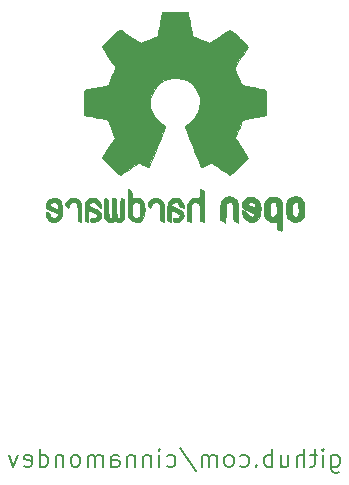
<source format=gbr>
%TF.GenerationSoftware,KiCad,Pcbnew,(5.99.0-12550-g77f47b6e47)*%
%TF.CreationDate,2021-11-06T20:02:58+00:00*%
%TF.ProjectId,max1709,6d617831-3730-4392-9e6b-696361645f70,rev?*%
%TF.SameCoordinates,Original*%
%TF.FileFunction,Legend,Bot*%
%TF.FilePolarity,Positive*%
%FSLAX46Y46*%
G04 Gerber Fmt 4.6, Leading zero omitted, Abs format (unit mm)*
G04 Created by KiCad (PCBNEW (5.99.0-12550-g77f47b6e47)) date 2021-11-06 20:02:58*
%MOMM*%
%LPD*%
G01*
G04 APERTURE LIST*
%ADD10C,0.150000*%
%ADD11C,0.010000*%
G04 APERTURE END LIST*
D10*
X238250000Y-140678571D02*
X238250000Y-141892857D01*
X238321428Y-142035714D01*
X238392857Y-142107142D01*
X238535714Y-142178571D01*
X238750000Y-142178571D01*
X238892857Y-142107142D01*
X238250000Y-141607142D02*
X238392857Y-141678571D01*
X238678571Y-141678571D01*
X238821428Y-141607142D01*
X238892857Y-141535714D01*
X238964285Y-141392857D01*
X238964285Y-140964285D01*
X238892857Y-140821428D01*
X238821428Y-140750000D01*
X238678571Y-140678571D01*
X238392857Y-140678571D01*
X238250000Y-140750000D01*
X237535714Y-141678571D02*
X237535714Y-140678571D01*
X237535714Y-140178571D02*
X237607142Y-140250000D01*
X237535714Y-140321428D01*
X237464285Y-140250000D01*
X237535714Y-140178571D01*
X237535714Y-140321428D01*
X237035714Y-140678571D02*
X236464285Y-140678571D01*
X236821428Y-140178571D02*
X236821428Y-141464285D01*
X236750000Y-141607142D01*
X236607142Y-141678571D01*
X236464285Y-141678571D01*
X235964285Y-141678571D02*
X235964285Y-140178571D01*
X235321428Y-141678571D02*
X235321428Y-140892857D01*
X235392857Y-140750000D01*
X235535714Y-140678571D01*
X235750000Y-140678571D01*
X235892857Y-140750000D01*
X235964285Y-140821428D01*
X233964285Y-140678571D02*
X233964285Y-141678571D01*
X234607142Y-140678571D02*
X234607142Y-141464285D01*
X234535714Y-141607142D01*
X234392857Y-141678571D01*
X234178571Y-141678571D01*
X234035714Y-141607142D01*
X233964285Y-141535714D01*
X233250000Y-141678571D02*
X233250000Y-140178571D01*
X233250000Y-140750000D02*
X233107142Y-140678571D01*
X232821428Y-140678571D01*
X232678571Y-140750000D01*
X232607142Y-140821428D01*
X232535714Y-140964285D01*
X232535714Y-141392857D01*
X232607142Y-141535714D01*
X232678571Y-141607142D01*
X232821428Y-141678571D01*
X233107142Y-141678571D01*
X233250000Y-141607142D01*
X231892857Y-141535714D02*
X231821428Y-141607142D01*
X231892857Y-141678571D01*
X231964285Y-141607142D01*
X231892857Y-141535714D01*
X231892857Y-141678571D01*
X230535714Y-141607142D02*
X230678571Y-141678571D01*
X230964285Y-141678571D01*
X231107142Y-141607142D01*
X231178571Y-141535714D01*
X231250000Y-141392857D01*
X231250000Y-140964285D01*
X231178571Y-140821428D01*
X231107142Y-140750000D01*
X230964285Y-140678571D01*
X230678571Y-140678571D01*
X230535714Y-140750000D01*
X229678571Y-141678571D02*
X229821428Y-141607142D01*
X229892857Y-141535714D01*
X229964285Y-141392857D01*
X229964285Y-140964285D01*
X229892857Y-140821428D01*
X229821428Y-140750000D01*
X229678571Y-140678571D01*
X229464285Y-140678571D01*
X229321428Y-140750000D01*
X229250000Y-140821428D01*
X229178571Y-140964285D01*
X229178571Y-141392857D01*
X229250000Y-141535714D01*
X229321428Y-141607142D01*
X229464285Y-141678571D01*
X229678571Y-141678571D01*
X228535714Y-141678571D02*
X228535714Y-140678571D01*
X228535714Y-140821428D02*
X228464285Y-140750000D01*
X228321428Y-140678571D01*
X228107142Y-140678571D01*
X227964285Y-140750000D01*
X227892857Y-140892857D01*
X227892857Y-141678571D01*
X227892857Y-140892857D02*
X227821428Y-140750000D01*
X227678571Y-140678571D01*
X227464285Y-140678571D01*
X227321428Y-140750000D01*
X227250000Y-140892857D01*
X227250000Y-141678571D01*
X225464285Y-140107142D02*
X226750000Y-142035714D01*
X224321428Y-141607142D02*
X224464285Y-141678571D01*
X224750000Y-141678571D01*
X224892857Y-141607142D01*
X224964285Y-141535714D01*
X225035714Y-141392857D01*
X225035714Y-140964285D01*
X224964285Y-140821428D01*
X224892857Y-140750000D01*
X224750000Y-140678571D01*
X224464285Y-140678571D01*
X224321428Y-140750000D01*
X223678571Y-141678571D02*
X223678571Y-140678571D01*
X223678571Y-140178571D02*
X223750000Y-140250000D01*
X223678571Y-140321428D01*
X223607142Y-140250000D01*
X223678571Y-140178571D01*
X223678571Y-140321428D01*
X222964285Y-140678571D02*
X222964285Y-141678571D01*
X222964285Y-140821428D02*
X222892857Y-140750000D01*
X222750000Y-140678571D01*
X222535714Y-140678571D01*
X222392857Y-140750000D01*
X222321428Y-140892857D01*
X222321428Y-141678571D01*
X221607142Y-140678571D02*
X221607142Y-141678571D01*
X221607142Y-140821428D02*
X221535714Y-140750000D01*
X221392857Y-140678571D01*
X221178571Y-140678571D01*
X221035714Y-140750000D01*
X220964285Y-140892857D01*
X220964285Y-141678571D01*
X219607142Y-141678571D02*
X219607142Y-140892857D01*
X219678571Y-140750000D01*
X219821428Y-140678571D01*
X220107142Y-140678571D01*
X220250000Y-140750000D01*
X219607142Y-141607142D02*
X219750000Y-141678571D01*
X220107142Y-141678571D01*
X220250000Y-141607142D01*
X220321428Y-141464285D01*
X220321428Y-141321428D01*
X220250000Y-141178571D01*
X220107142Y-141107142D01*
X219750000Y-141107142D01*
X219607142Y-141035714D01*
X218892857Y-141678571D02*
X218892857Y-140678571D01*
X218892857Y-140821428D02*
X218821428Y-140750000D01*
X218678571Y-140678571D01*
X218464285Y-140678571D01*
X218321428Y-140750000D01*
X218250000Y-140892857D01*
X218250000Y-141678571D01*
X218250000Y-140892857D02*
X218178571Y-140750000D01*
X218035714Y-140678571D01*
X217821428Y-140678571D01*
X217678571Y-140750000D01*
X217607142Y-140892857D01*
X217607142Y-141678571D01*
X216678571Y-141678571D02*
X216821428Y-141607142D01*
X216892857Y-141535714D01*
X216964285Y-141392857D01*
X216964285Y-140964285D01*
X216892857Y-140821428D01*
X216821428Y-140750000D01*
X216678571Y-140678571D01*
X216464285Y-140678571D01*
X216321428Y-140750000D01*
X216250000Y-140821428D01*
X216178571Y-140964285D01*
X216178571Y-141392857D01*
X216250000Y-141535714D01*
X216321428Y-141607142D01*
X216464285Y-141678571D01*
X216678571Y-141678571D01*
X215535714Y-140678571D02*
X215535714Y-141678571D01*
X215535714Y-140821428D02*
X215464285Y-140750000D01*
X215321428Y-140678571D01*
X215107142Y-140678571D01*
X214964285Y-140750000D01*
X214892857Y-140892857D01*
X214892857Y-141678571D01*
X213535714Y-141678571D02*
X213535714Y-140178571D01*
X213535714Y-141607142D02*
X213678571Y-141678571D01*
X213964285Y-141678571D01*
X214107142Y-141607142D01*
X214178571Y-141535714D01*
X214250000Y-141392857D01*
X214250000Y-140964285D01*
X214178571Y-140821428D01*
X214107142Y-140750000D01*
X213964285Y-140678571D01*
X213678571Y-140678571D01*
X213535714Y-140750000D01*
X212250000Y-141607142D02*
X212392857Y-141678571D01*
X212678571Y-141678571D01*
X212821428Y-141607142D01*
X212892857Y-141464285D01*
X212892857Y-140892857D01*
X212821428Y-140750000D01*
X212678571Y-140678571D01*
X212392857Y-140678571D01*
X212250000Y-140750000D01*
X212178571Y-140892857D01*
X212178571Y-141035714D01*
X212892857Y-141178571D01*
X211678571Y-140678571D02*
X211321428Y-141678571D01*
X210964285Y-140678571D01*
D11*
%TO.C,REF\u002A\u002A*%
X233046834Y-118836506D02*
X232860916Y-118929204D01*
X232860916Y-118929204D02*
X232696820Y-119099885D01*
X232696820Y-119099885D02*
X232651628Y-119163107D01*
X232651628Y-119163107D02*
X232602396Y-119245834D01*
X232602396Y-119245834D02*
X232570453Y-119335687D01*
X232570453Y-119335687D02*
X232552178Y-119455608D01*
X232552178Y-119455608D02*
X232543952Y-119628537D01*
X232543952Y-119628537D02*
X232542145Y-119856835D01*
X232542145Y-119856835D02*
X232550303Y-120169693D01*
X232550303Y-120169693D02*
X232578659Y-120404598D01*
X232578659Y-120404598D02*
X232633038Y-120579847D01*
X232633038Y-120579847D02*
X232719263Y-120713738D01*
X232719263Y-120713738D02*
X232843159Y-120824569D01*
X232843159Y-120824569D02*
X232852263Y-120831131D01*
X232852263Y-120831131D02*
X232974366Y-120898256D01*
X232974366Y-120898256D02*
X233121400Y-120931467D01*
X233121400Y-120931467D02*
X233308396Y-120939655D01*
X233308396Y-120939655D02*
X233612387Y-120939655D01*
X233612387Y-120939655D02*
X233612515Y-121234762D01*
X233612515Y-121234762D02*
X233615344Y-121399117D01*
X233615344Y-121399117D02*
X233632582Y-121495523D01*
X233632582Y-121495523D02*
X233677630Y-121553343D01*
X233677630Y-121553343D02*
X233763886Y-121601941D01*
X233763886Y-121601941D02*
X233784601Y-121611869D01*
X233784601Y-121611869D02*
X233881538Y-121658398D01*
X233881538Y-121658398D02*
X233956593Y-121687786D01*
X233956593Y-121687786D02*
X234012402Y-121690324D01*
X234012402Y-121690324D02*
X234051603Y-121656302D01*
X234051603Y-121656302D02*
X234076832Y-121576012D01*
X234076832Y-121576012D02*
X234090728Y-121439743D01*
X234090728Y-121439743D02*
X234095927Y-121237787D01*
X234095927Y-121237787D02*
X234095066Y-120960434D01*
X234095066Y-120960434D02*
X234090784Y-120597976D01*
X234090784Y-120597976D02*
X234089447Y-120489560D01*
X234089447Y-120489560D02*
X234084629Y-120115837D01*
X234084629Y-120115837D02*
X234080313Y-119871369D01*
X234080313Y-119871369D02*
X233612643Y-119871369D01*
X233612643Y-119871369D02*
X233610015Y-120078877D01*
X233610015Y-120078877D02*
X233598333Y-120214645D01*
X233598333Y-120214645D02*
X233571903Y-120304192D01*
X233571903Y-120304192D02*
X233525031Y-120373039D01*
X233525031Y-120373039D02*
X233493207Y-120406618D01*
X233493207Y-120406618D02*
X233363108Y-120504869D01*
X233363108Y-120504869D02*
X233247921Y-120512866D01*
X233247921Y-120512866D02*
X233129066Y-120431730D01*
X233129066Y-120431730D02*
X233126053Y-120428736D01*
X233126053Y-120428736D02*
X233077695Y-120366030D01*
X233077695Y-120366030D02*
X233048278Y-120280808D01*
X233048278Y-120280808D02*
X233033440Y-120149564D01*
X233033440Y-120149564D02*
X233028819Y-119948793D01*
X233028819Y-119948793D02*
X233028735Y-119904314D01*
X233028735Y-119904314D02*
X233039902Y-119627639D01*
X233039902Y-119627639D02*
X233076253Y-119435842D01*
X233076253Y-119435842D02*
X233142059Y-119318757D01*
X233142059Y-119318757D02*
X233241593Y-119266215D01*
X233241593Y-119266215D02*
X233299119Y-119260920D01*
X233299119Y-119260920D02*
X233435649Y-119285767D01*
X233435649Y-119285767D02*
X233529298Y-119367581D01*
X233529298Y-119367581D02*
X233585670Y-119517270D01*
X233585670Y-119517270D02*
X233610367Y-119745743D01*
X233610367Y-119745743D02*
X233612643Y-119871369D01*
X233612643Y-119871369D02*
X234080313Y-119871369D01*
X234080313Y-119871369D02*
X234079522Y-119826587D01*
X234079522Y-119826587D02*
X234072922Y-119608970D01*
X234072922Y-119608970D02*
X234063623Y-119450146D01*
X234063623Y-119450146D02*
X234050423Y-119337274D01*
X234050423Y-119337274D02*
X234032115Y-119257513D01*
X234032115Y-119257513D02*
X234007497Y-119198023D01*
X234007497Y-119198023D02*
X233975363Y-119145963D01*
X233975363Y-119145963D02*
X233961585Y-119126373D01*
X233961585Y-119126373D02*
X233778812Y-118941328D01*
X233778812Y-118941328D02*
X233547724Y-118836412D01*
X233547724Y-118836412D02*
X233280410Y-118807163D01*
X233280410Y-118807163D02*
X233046834Y-118836506D01*
X233046834Y-118836506D02*
X233046834Y-118836506D01*
G36*
X234089447Y-120489560D02*
G01*
X234090784Y-120597976D01*
X234095066Y-120960434D01*
X234095927Y-121237787D01*
X234090728Y-121439743D01*
X234076832Y-121576012D01*
X234051603Y-121656302D01*
X234012402Y-121690324D01*
X233956593Y-121687786D01*
X233881538Y-121658398D01*
X233784601Y-121611869D01*
X233763886Y-121601941D01*
X233677630Y-121553343D01*
X233632582Y-121495523D01*
X233615344Y-121399117D01*
X233612515Y-121234762D01*
X233612387Y-120939655D01*
X233308396Y-120939655D01*
X233121400Y-120931467D01*
X232974366Y-120898256D01*
X232852263Y-120831131D01*
X232843159Y-120824569D01*
X232719263Y-120713738D01*
X232633038Y-120579847D01*
X232578659Y-120404598D01*
X232550303Y-120169693D01*
X232543383Y-119904314D01*
X233028735Y-119904314D01*
X233028819Y-119948793D01*
X233033440Y-120149564D01*
X233048278Y-120280808D01*
X233077695Y-120366030D01*
X233126053Y-120428736D01*
X233129066Y-120431730D01*
X233247921Y-120512866D01*
X233363108Y-120504869D01*
X233493207Y-120406618D01*
X233525031Y-120373039D01*
X233571903Y-120304192D01*
X233598333Y-120214645D01*
X233610015Y-120078877D01*
X233612643Y-119871369D01*
X233610367Y-119745743D01*
X233585670Y-119517270D01*
X233529298Y-119367581D01*
X233435649Y-119285767D01*
X233299119Y-119260920D01*
X233241593Y-119266215D01*
X233142059Y-119318757D01*
X233076253Y-119435842D01*
X233039902Y-119627639D01*
X233028735Y-119904314D01*
X232543383Y-119904314D01*
X232542145Y-119856835D01*
X232543952Y-119628537D01*
X232552178Y-119455608D01*
X232570453Y-119335687D01*
X232602396Y-119245834D01*
X232651628Y-119163107D01*
X232696820Y-119099885D01*
X232860916Y-118929204D01*
X233046834Y-118836506D01*
X233280410Y-118807163D01*
X233547724Y-118836412D01*
X233778812Y-118941328D01*
X233961585Y-119126373D01*
X233975363Y-119145963D01*
X234007497Y-119198023D01*
X234032115Y-119257513D01*
X234050423Y-119337274D01*
X234063623Y-119450146D01*
X234072922Y-119608970D01*
X234079522Y-119826587D01*
X234080313Y-119871369D01*
X234084629Y-120115837D01*
X234089447Y-120489560D01*
G37*
X234089447Y-120489560D02*
X234090784Y-120597976D01*
X234095066Y-120960434D01*
X234095927Y-121237787D01*
X234090728Y-121439743D01*
X234076832Y-121576012D01*
X234051603Y-121656302D01*
X234012402Y-121690324D01*
X233956593Y-121687786D01*
X233881538Y-121658398D01*
X233784601Y-121611869D01*
X233763886Y-121601941D01*
X233677630Y-121553343D01*
X233632582Y-121495523D01*
X233615344Y-121399117D01*
X233612515Y-121234762D01*
X233612387Y-120939655D01*
X233308396Y-120939655D01*
X233121400Y-120931467D01*
X232974366Y-120898256D01*
X232852263Y-120831131D01*
X232843159Y-120824569D01*
X232719263Y-120713738D01*
X232633038Y-120579847D01*
X232578659Y-120404598D01*
X232550303Y-120169693D01*
X232543383Y-119904314D01*
X233028735Y-119904314D01*
X233028819Y-119948793D01*
X233033440Y-120149564D01*
X233048278Y-120280808D01*
X233077695Y-120366030D01*
X233126053Y-120428736D01*
X233129066Y-120431730D01*
X233247921Y-120512866D01*
X233363108Y-120504869D01*
X233493207Y-120406618D01*
X233525031Y-120373039D01*
X233571903Y-120304192D01*
X233598333Y-120214645D01*
X233610015Y-120078877D01*
X233612643Y-119871369D01*
X233610367Y-119745743D01*
X233585670Y-119517270D01*
X233529298Y-119367581D01*
X233435649Y-119285767D01*
X233299119Y-119260920D01*
X233241593Y-119266215D01*
X233142059Y-119318757D01*
X233076253Y-119435842D01*
X233039902Y-119627639D01*
X233028735Y-119904314D01*
X232543383Y-119904314D01*
X232542145Y-119856835D01*
X232543952Y-119628537D01*
X232552178Y-119455608D01*
X232570453Y-119335687D01*
X232602396Y-119245834D01*
X232651628Y-119163107D01*
X232696820Y-119099885D01*
X232860916Y-118929204D01*
X233046834Y-118836506D01*
X233280410Y-118807163D01*
X233547724Y-118836412D01*
X233778812Y-118941328D01*
X233961585Y-119126373D01*
X233975363Y-119145963D01*
X234007497Y-119198023D01*
X234032115Y-119257513D01*
X234050423Y-119337274D01*
X234063623Y-119450146D01*
X234072922Y-119608970D01*
X234079522Y-119826587D01*
X234080313Y-119871369D01*
X234084629Y-120115837D01*
X234089447Y-120489560D01*
X229304284Y-118862865D02*
X229148128Y-118953190D01*
X229148128Y-118953190D02*
X229039559Y-119042845D01*
X229039559Y-119042845D02*
X228960155Y-119136776D01*
X228960155Y-119136776D02*
X228905454Y-119251646D01*
X228905454Y-119251646D02*
X228870990Y-119404114D01*
X228870990Y-119404114D02*
X228852299Y-119610844D01*
X228852299Y-119610844D02*
X228844919Y-119888496D01*
X228844919Y-119888496D02*
X228844061Y-120088086D01*
X228844061Y-120088086D02*
X228844061Y-120822766D01*
X228844061Y-120822766D02*
X229050862Y-120915472D01*
X229050862Y-120915472D02*
X229257662Y-121008179D01*
X229257662Y-121008179D02*
X229281992Y-120203492D01*
X229281992Y-120203492D02*
X229292045Y-119902966D01*
X229292045Y-119902966D02*
X229302591Y-119684835D01*
X229302591Y-119684835D02*
X229315657Y-119534186D01*
X229315657Y-119534186D02*
X229333271Y-119436107D01*
X229333271Y-119436107D02*
X229357461Y-119375688D01*
X229357461Y-119375688D02*
X229390254Y-119338016D01*
X229390254Y-119338016D02*
X229400775Y-119329862D01*
X229400775Y-119329862D02*
X229560187Y-119266178D01*
X229560187Y-119266178D02*
X229721321Y-119291378D01*
X229721321Y-119291378D02*
X229817241Y-119358238D01*
X229817241Y-119358238D02*
X229856259Y-119405616D01*
X229856259Y-119405616D02*
X229883267Y-119467787D01*
X229883267Y-119467787D02*
X229900432Y-119562039D01*
X229900432Y-119562039D02*
X229909918Y-119705657D01*
X229909918Y-119705657D02*
X229913893Y-119915931D01*
X229913893Y-119915931D02*
X229914559Y-120135070D01*
X229914559Y-120135070D02*
X229914690Y-120409999D01*
X229914690Y-120409999D02*
X229919397Y-120604602D01*
X229919397Y-120604602D02*
X229935154Y-120735851D01*
X229935154Y-120735851D02*
X229968433Y-120820718D01*
X229968433Y-120820718D02*
X230025707Y-120876177D01*
X230025707Y-120876177D02*
X230113447Y-120919201D01*
X230113447Y-120919201D02*
X230230638Y-120963907D01*
X230230638Y-120963907D02*
X230358632Y-121012571D01*
X230358632Y-121012571D02*
X230343396Y-120148910D01*
X230343396Y-120148910D02*
X230337261Y-119837565D01*
X230337261Y-119837565D02*
X230330082Y-119607483D01*
X230330082Y-119607483D02*
X230319795Y-119442614D01*
X230319795Y-119442614D02*
X230304330Y-119326909D01*
X230304330Y-119326909D02*
X230281621Y-119244316D01*
X230281621Y-119244316D02*
X230249601Y-119178788D01*
X230249601Y-119178788D02*
X230210997Y-119120974D01*
X230210997Y-119120974D02*
X230024747Y-118936283D01*
X230024747Y-118936283D02*
X229797479Y-118829481D01*
X229797479Y-118829481D02*
X229550291Y-118803898D01*
X229550291Y-118803898D02*
X229304284Y-118862865D01*
X229304284Y-118862865D02*
X229304284Y-118862865D01*
G36*
X229797479Y-118829481D02*
G01*
X230024747Y-118936283D01*
X230210997Y-119120974D01*
X230249601Y-119178788D01*
X230281621Y-119244316D01*
X230304330Y-119326909D01*
X230319795Y-119442614D01*
X230330082Y-119607483D01*
X230337261Y-119837565D01*
X230343396Y-120148910D01*
X230358632Y-121012571D01*
X230230638Y-120963907D01*
X230113447Y-120919201D01*
X230025707Y-120876177D01*
X229968433Y-120820718D01*
X229935154Y-120735851D01*
X229919397Y-120604602D01*
X229914690Y-120409999D01*
X229914559Y-120135070D01*
X229913893Y-119915931D01*
X229909918Y-119705657D01*
X229900432Y-119562039D01*
X229883267Y-119467787D01*
X229856259Y-119405616D01*
X229817241Y-119358238D01*
X229721321Y-119291378D01*
X229560187Y-119266178D01*
X229400775Y-119329862D01*
X229390254Y-119338016D01*
X229357461Y-119375688D01*
X229333271Y-119436107D01*
X229315657Y-119534186D01*
X229302591Y-119684835D01*
X229292045Y-119902966D01*
X229281992Y-120203492D01*
X229257662Y-121008179D01*
X229050862Y-120915472D01*
X228844061Y-120822766D01*
X228844061Y-120088086D01*
X228844919Y-119888496D01*
X228852299Y-119610844D01*
X228870990Y-119404114D01*
X228905454Y-119251646D01*
X228960155Y-119136776D01*
X229039559Y-119042845D01*
X229148128Y-118953190D01*
X229304284Y-118862865D01*
X229550291Y-118803898D01*
X229797479Y-118829481D01*
G37*
X229797479Y-118829481D02*
X230024747Y-118936283D01*
X230210997Y-119120974D01*
X230249601Y-119178788D01*
X230281621Y-119244316D01*
X230304330Y-119326909D01*
X230319795Y-119442614D01*
X230330082Y-119607483D01*
X230337261Y-119837565D01*
X230343396Y-120148910D01*
X230358632Y-121012571D01*
X230230638Y-120963907D01*
X230113447Y-120919201D01*
X230025707Y-120876177D01*
X229968433Y-120820718D01*
X229935154Y-120735851D01*
X229919397Y-120604602D01*
X229914690Y-120409999D01*
X229914559Y-120135070D01*
X229913893Y-119915931D01*
X229909918Y-119705657D01*
X229900432Y-119562039D01*
X229883267Y-119467787D01*
X229856259Y-119405616D01*
X229817241Y-119358238D01*
X229721321Y-119291378D01*
X229560187Y-119266178D01*
X229400775Y-119329862D01*
X229390254Y-119338016D01*
X229357461Y-119375688D01*
X229333271Y-119436107D01*
X229315657Y-119534186D01*
X229302591Y-119684835D01*
X229292045Y-119902966D01*
X229281992Y-120203492D01*
X229257662Y-121008179D01*
X229050862Y-120915472D01*
X228844061Y-120822766D01*
X228844061Y-120088086D01*
X228844919Y-119888496D01*
X228852299Y-119610844D01*
X228870990Y-119404114D01*
X228905454Y-119251646D01*
X228960155Y-119136776D01*
X229039559Y-119042845D01*
X229148128Y-118953190D01*
X229304284Y-118862865D01*
X229550291Y-118803898D01*
X229797479Y-118829481D01*
X234919632Y-118843358D02*
X234691564Y-118963280D01*
X234691564Y-118963280D02*
X234523248Y-119156278D01*
X234523248Y-119156278D02*
X234463459Y-119280355D01*
X234463459Y-119280355D02*
X234416934Y-119466653D01*
X234416934Y-119466653D02*
X234393118Y-119702045D01*
X234393118Y-119702045D02*
X234390860Y-119958952D01*
X234390860Y-119958952D02*
X234409008Y-120209799D01*
X234409008Y-120209799D02*
X234446411Y-120427009D01*
X234446411Y-120427009D02*
X234501916Y-120583005D01*
X234501916Y-120583005D02*
X234518975Y-120609871D01*
X234518975Y-120609871D02*
X234721030Y-120810415D01*
X234721030Y-120810415D02*
X234961022Y-120930529D01*
X234961022Y-120930529D02*
X235221434Y-120965680D01*
X235221434Y-120965680D02*
X235484753Y-120911337D01*
X235484753Y-120911337D02*
X235558033Y-120878756D01*
X235558033Y-120878756D02*
X235700739Y-120778353D01*
X235700739Y-120778353D02*
X235825986Y-120645225D01*
X235825986Y-120645225D02*
X235837823Y-120628341D01*
X235837823Y-120628341D02*
X235885935Y-120546969D01*
X235885935Y-120546969D02*
X235917738Y-120459984D01*
X235917738Y-120459984D02*
X235936526Y-120345475D01*
X235936526Y-120345475D02*
X235945592Y-120181530D01*
X235945592Y-120181530D02*
X235948229Y-119946240D01*
X235948229Y-119946240D02*
X235948275Y-119893487D01*
X235948275Y-119893487D02*
X235948154Y-119876699D01*
X235948154Y-119876699D02*
X235461685Y-119876699D01*
X235461685Y-119876699D02*
X235458854Y-120098761D01*
X235458854Y-120098761D02*
X235447712Y-120246123D01*
X235447712Y-120246123D02*
X235424291Y-120341308D01*
X235424291Y-120341308D02*
X235384619Y-120406837D01*
X235384619Y-120406837D02*
X235364367Y-120428736D01*
X235364367Y-120428736D02*
X235247940Y-120511953D01*
X235247940Y-120511953D02*
X235134902Y-120508158D01*
X235134902Y-120508158D02*
X235020609Y-120435973D01*
X235020609Y-120435973D02*
X234952441Y-120358911D01*
X234952441Y-120358911D02*
X234912070Y-120246429D01*
X234912070Y-120246429D02*
X234889398Y-120069055D01*
X234889398Y-120069055D02*
X234887843Y-120048367D01*
X234887843Y-120048367D02*
X234883973Y-119726911D01*
X234883973Y-119726911D02*
X234924417Y-119488167D01*
X234924417Y-119488167D02*
X235008626Y-119333600D01*
X235008626Y-119333600D02*
X235136053Y-119264678D01*
X235136053Y-119264678D02*
X235181540Y-119260920D01*
X235181540Y-119260920D02*
X235300981Y-119279821D01*
X235300981Y-119279821D02*
X235382683Y-119345306D01*
X235382683Y-119345306D02*
X235432637Y-119470544D01*
X235432637Y-119470544D02*
X235456834Y-119668704D01*
X235456834Y-119668704D02*
X235461685Y-119876699D01*
X235461685Y-119876699D02*
X235948154Y-119876699D01*
X235948154Y-119876699D02*
X235946463Y-119642765D01*
X235946463Y-119642765D02*
X235938853Y-119467582D01*
X235938853Y-119467582D02*
X235922186Y-119346191D01*
X235922186Y-119346191D02*
X235893201Y-119256847D01*
X235893201Y-119256847D02*
X235848640Y-119177803D01*
X235848640Y-119177803D02*
X235838793Y-119163107D01*
X235838793Y-119163107D02*
X235673280Y-118965011D01*
X235673280Y-118965011D02*
X235492930Y-118850014D01*
X235492930Y-118850014D02*
X235273365Y-118804365D01*
X235273365Y-118804365D02*
X235198805Y-118802135D01*
X235198805Y-118802135D02*
X234919632Y-118843358D01*
X234919632Y-118843358D02*
X234919632Y-118843358D01*
G36*
X235948229Y-119946240D02*
G01*
X235945592Y-120181530D01*
X235936526Y-120345475D01*
X235917738Y-120459984D01*
X235885935Y-120546969D01*
X235837823Y-120628341D01*
X235825986Y-120645225D01*
X235700739Y-120778353D01*
X235558033Y-120878756D01*
X235484753Y-120911337D01*
X235221434Y-120965680D01*
X234961022Y-120930529D01*
X234721030Y-120810415D01*
X234518975Y-120609871D01*
X234501916Y-120583005D01*
X234446411Y-120427009D01*
X234409008Y-120209799D01*
X234390860Y-119958952D01*
X234392899Y-119726911D01*
X234883973Y-119726911D01*
X234887843Y-120048367D01*
X234889398Y-120069055D01*
X234912070Y-120246429D01*
X234952441Y-120358911D01*
X235020609Y-120435973D01*
X235134902Y-120508158D01*
X235247940Y-120511953D01*
X235364367Y-120428736D01*
X235384619Y-120406837D01*
X235424291Y-120341308D01*
X235447712Y-120246123D01*
X235458854Y-120098761D01*
X235461685Y-119876699D01*
X235456834Y-119668704D01*
X235432637Y-119470544D01*
X235382683Y-119345306D01*
X235300981Y-119279821D01*
X235181540Y-119260920D01*
X235136053Y-119264678D01*
X235008626Y-119333600D01*
X234924417Y-119488167D01*
X234883973Y-119726911D01*
X234392899Y-119726911D01*
X234393118Y-119702045D01*
X234416934Y-119466653D01*
X234463459Y-119280355D01*
X234523248Y-119156278D01*
X234691564Y-118963280D01*
X234919632Y-118843358D01*
X235198805Y-118802135D01*
X235273365Y-118804365D01*
X235492930Y-118850014D01*
X235673280Y-118965011D01*
X235838793Y-119163107D01*
X235848640Y-119177803D01*
X235893201Y-119256847D01*
X235922186Y-119346191D01*
X235938853Y-119467582D01*
X235946463Y-119642765D01*
X235948154Y-119876699D01*
X235948275Y-119893487D01*
X235948229Y-119946240D01*
G37*
X235948229Y-119946240D02*
X235945592Y-120181530D01*
X235936526Y-120345475D01*
X235917738Y-120459984D01*
X235885935Y-120546969D01*
X235837823Y-120628341D01*
X235825986Y-120645225D01*
X235700739Y-120778353D01*
X235558033Y-120878756D01*
X235484753Y-120911337D01*
X235221434Y-120965680D01*
X234961022Y-120930529D01*
X234721030Y-120810415D01*
X234518975Y-120609871D01*
X234501916Y-120583005D01*
X234446411Y-120427009D01*
X234409008Y-120209799D01*
X234390860Y-119958952D01*
X234392899Y-119726911D01*
X234883973Y-119726911D01*
X234887843Y-120048367D01*
X234889398Y-120069055D01*
X234912070Y-120246429D01*
X234952441Y-120358911D01*
X235020609Y-120435973D01*
X235134902Y-120508158D01*
X235247940Y-120511953D01*
X235364367Y-120428736D01*
X235384619Y-120406837D01*
X235424291Y-120341308D01*
X235447712Y-120246123D01*
X235458854Y-120098761D01*
X235461685Y-119876699D01*
X235456834Y-119668704D01*
X235432637Y-119470544D01*
X235382683Y-119345306D01*
X235300981Y-119279821D01*
X235181540Y-119260920D01*
X235136053Y-119264678D01*
X235008626Y-119333600D01*
X234924417Y-119488167D01*
X234883973Y-119726911D01*
X234392899Y-119726911D01*
X234393118Y-119702045D01*
X234416934Y-119466653D01*
X234463459Y-119280355D01*
X234523248Y-119156278D01*
X234691564Y-118963280D01*
X234919632Y-118843358D01*
X235198805Y-118802135D01*
X235273365Y-118804365D01*
X235492930Y-118850014D01*
X235673280Y-118965011D01*
X235838793Y-119163107D01*
X235848640Y-119177803D01*
X235893201Y-119256847D01*
X235922186Y-119346191D01*
X235938853Y-119467582D01*
X235946463Y-119642765D01*
X235948154Y-119876699D01*
X235948275Y-119893487D01*
X235948229Y-119946240D01*
X231140747Y-118874461D02*
X230948903Y-119003519D01*
X230948903Y-119003519D02*
X230800648Y-119189915D01*
X230800648Y-119189915D02*
X230712084Y-119427109D01*
X230712084Y-119427109D02*
X230694172Y-119601691D01*
X230694172Y-119601691D02*
X230696206Y-119674544D01*
X230696206Y-119674544D02*
X230713240Y-119730324D01*
X230713240Y-119730324D02*
X230760064Y-119780298D01*
X230760064Y-119780298D02*
X230851473Y-119835733D01*
X230851473Y-119835733D02*
X231002258Y-119907896D01*
X231002258Y-119907896D02*
X231227213Y-120008055D01*
X231227213Y-120008055D02*
X231228352Y-120008558D01*
X231228352Y-120008558D02*
X231435415Y-120103396D01*
X231435415Y-120103396D02*
X231605212Y-120187609D01*
X231605212Y-120187609D02*
X231720388Y-120252133D01*
X231720388Y-120252133D02*
X231763590Y-120287900D01*
X231763590Y-120287900D02*
X231763601Y-120288188D01*
X231763601Y-120288188D02*
X231725525Y-120366074D01*
X231725525Y-120366074D02*
X231636484Y-120451924D01*
X231636484Y-120451924D02*
X231534263Y-120513769D01*
X231534263Y-120513769D02*
X231482474Y-120526054D01*
X231482474Y-120526054D02*
X231341184Y-120483564D01*
X231341184Y-120483564D02*
X231219512Y-120377152D01*
X231219512Y-120377152D02*
X231160145Y-120260156D01*
X231160145Y-120260156D02*
X231103033Y-120173905D01*
X231103033Y-120173905D02*
X230991161Y-120075681D01*
X230991161Y-120075681D02*
X230859654Y-119990827D01*
X230859654Y-119990827D02*
X230743632Y-119944681D01*
X230743632Y-119944681D02*
X230719371Y-119942146D01*
X230719371Y-119942146D02*
X230692062Y-119983868D01*
X230692062Y-119983868D02*
X230690416Y-120090519D01*
X230690416Y-120090519D02*
X230710486Y-120234321D01*
X230710486Y-120234321D02*
X230748322Y-120387501D01*
X230748322Y-120387501D02*
X230799977Y-120522283D01*
X230799977Y-120522283D02*
X230802586Y-120527516D01*
X230802586Y-120527516D02*
X230958031Y-120744557D01*
X230958031Y-120744557D02*
X231159493Y-120892185D01*
X231159493Y-120892185D02*
X231388288Y-120964644D01*
X231388288Y-120964644D02*
X231625733Y-120956177D01*
X231625733Y-120956177D02*
X231853146Y-120861027D01*
X231853146Y-120861027D02*
X231863257Y-120854337D01*
X231863257Y-120854337D02*
X232042150Y-120692211D01*
X232042150Y-120692211D02*
X232159780Y-120480682D01*
X232159780Y-120480682D02*
X232224877Y-120202543D01*
X232224877Y-120202543D02*
X232233613Y-120124398D01*
X232233613Y-120124398D02*
X232249086Y-119755549D01*
X232249086Y-119755549D02*
X232230537Y-119583541D01*
X232230537Y-119583541D02*
X231763601Y-119583541D01*
X231763601Y-119583541D02*
X231757534Y-119690838D01*
X231757534Y-119690838D02*
X231724351Y-119722152D01*
X231724351Y-119722152D02*
X231641623Y-119698725D01*
X231641623Y-119698725D02*
X231511221Y-119643348D01*
X231511221Y-119643348D02*
X231365457Y-119573932D01*
X231365457Y-119573932D02*
X231361834Y-119572094D01*
X231361834Y-119572094D02*
X231238283Y-119507108D01*
X231238283Y-119507108D02*
X231188697Y-119463740D01*
X231188697Y-119463740D02*
X231200925Y-119418275D01*
X231200925Y-119418275D02*
X231252412Y-119358536D01*
X231252412Y-119358536D02*
X231383399Y-119272085D01*
X231383399Y-119272085D02*
X231524462Y-119265733D01*
X231524462Y-119265733D02*
X231650995Y-119328649D01*
X231650995Y-119328649D02*
X231738392Y-119450003D01*
X231738392Y-119450003D02*
X231763601Y-119583541D01*
X231763601Y-119583541D02*
X232230537Y-119583541D01*
X232230537Y-119583541D02*
X232217260Y-119460435D01*
X232217260Y-119460435D02*
X232135609Y-119226382D01*
X232135609Y-119226382D02*
X232021939Y-119062413D01*
X232021939Y-119062413D02*
X231816775Y-118896716D01*
X231816775Y-118896716D02*
X231590786Y-118814519D01*
X231590786Y-118814519D02*
X231360075Y-118809281D01*
X231360075Y-118809281D02*
X231140747Y-118874461D01*
X231140747Y-118874461D02*
X231140747Y-118874461D01*
G36*
X232233613Y-120124398D02*
G01*
X232224877Y-120202543D01*
X232159780Y-120480682D01*
X232042150Y-120692211D01*
X231863257Y-120854337D01*
X231853146Y-120861027D01*
X231625733Y-120956177D01*
X231388288Y-120964644D01*
X231159493Y-120892185D01*
X230958031Y-120744557D01*
X230802586Y-120527516D01*
X230799977Y-120522283D01*
X230748322Y-120387501D01*
X230710486Y-120234321D01*
X230690416Y-120090519D01*
X230692062Y-119983868D01*
X230719371Y-119942146D01*
X230743632Y-119944681D01*
X230859654Y-119990827D01*
X230991161Y-120075681D01*
X231103033Y-120173905D01*
X231160145Y-120260156D01*
X231219512Y-120377152D01*
X231341184Y-120483564D01*
X231482474Y-120526054D01*
X231534263Y-120513769D01*
X231636484Y-120451924D01*
X231725525Y-120366074D01*
X231763601Y-120288188D01*
X231763590Y-120287900D01*
X231720388Y-120252133D01*
X231605212Y-120187609D01*
X231435415Y-120103396D01*
X231228352Y-120008558D01*
X231227213Y-120008055D01*
X231002258Y-119907896D01*
X230851473Y-119835733D01*
X230760064Y-119780298D01*
X230713240Y-119730324D01*
X230696206Y-119674544D01*
X230694172Y-119601691D01*
X230708326Y-119463740D01*
X231188697Y-119463740D01*
X231238283Y-119507108D01*
X231361834Y-119572094D01*
X231365457Y-119573932D01*
X231511221Y-119643348D01*
X231641623Y-119698725D01*
X231724351Y-119722152D01*
X231757534Y-119690838D01*
X231763601Y-119583541D01*
X231738392Y-119450003D01*
X231650995Y-119328649D01*
X231524462Y-119265733D01*
X231383399Y-119272085D01*
X231252412Y-119358536D01*
X231200925Y-119418275D01*
X231188697Y-119463740D01*
X230708326Y-119463740D01*
X230712084Y-119427109D01*
X230800648Y-119189915D01*
X230948903Y-119003519D01*
X231140747Y-118874461D01*
X231360075Y-118809281D01*
X231590786Y-118814519D01*
X231816775Y-118896716D01*
X232021939Y-119062413D01*
X232135609Y-119226382D01*
X232217260Y-119460435D01*
X232230537Y-119583541D01*
X232249086Y-119755549D01*
X232233613Y-120124398D01*
G37*
X232233613Y-120124398D02*
X232224877Y-120202543D01*
X232159780Y-120480682D01*
X232042150Y-120692211D01*
X231863257Y-120854337D01*
X231853146Y-120861027D01*
X231625733Y-120956177D01*
X231388288Y-120964644D01*
X231159493Y-120892185D01*
X230958031Y-120744557D01*
X230802586Y-120527516D01*
X230799977Y-120522283D01*
X230748322Y-120387501D01*
X230710486Y-120234321D01*
X230690416Y-120090519D01*
X230692062Y-119983868D01*
X230719371Y-119942146D01*
X230743632Y-119944681D01*
X230859654Y-119990827D01*
X230991161Y-120075681D01*
X231103033Y-120173905D01*
X231160145Y-120260156D01*
X231219512Y-120377152D01*
X231341184Y-120483564D01*
X231482474Y-120526054D01*
X231534263Y-120513769D01*
X231636484Y-120451924D01*
X231725525Y-120366074D01*
X231763601Y-120288188D01*
X231763590Y-120287900D01*
X231720388Y-120252133D01*
X231605212Y-120187609D01*
X231435415Y-120103396D01*
X231228352Y-120008558D01*
X231227213Y-120008055D01*
X231002258Y-119907896D01*
X230851473Y-119835733D01*
X230760064Y-119780298D01*
X230713240Y-119730324D01*
X230696206Y-119674544D01*
X230694172Y-119601691D01*
X230708326Y-119463740D01*
X231188697Y-119463740D01*
X231238283Y-119507108D01*
X231361834Y-119572094D01*
X231365457Y-119573932D01*
X231511221Y-119643348D01*
X231641623Y-119698725D01*
X231724351Y-119722152D01*
X231757534Y-119690838D01*
X231763601Y-119583541D01*
X231738392Y-119450003D01*
X231650995Y-119328649D01*
X231524462Y-119265733D01*
X231383399Y-119272085D01*
X231252412Y-119358536D01*
X231200925Y-119418275D01*
X231188697Y-119463740D01*
X230708326Y-119463740D01*
X230712084Y-119427109D01*
X230800648Y-119189915D01*
X230948903Y-119003519D01*
X231140747Y-118874461D01*
X231360075Y-118809281D01*
X231590786Y-118814519D01*
X231816775Y-118896716D01*
X232021939Y-119062413D01*
X232135609Y-119226382D01*
X232217260Y-119460435D01*
X232230537Y-119583541D01*
X232249086Y-119755549D01*
X232233613Y-120124398D01*
X227092337Y-118606429D02*
X227078077Y-118805313D01*
X227078077Y-118805313D02*
X227061698Y-118922511D01*
X227061698Y-118922511D02*
X227039002Y-118973632D01*
X227039002Y-118973632D02*
X227005788Y-118974286D01*
X227005788Y-118974286D02*
X226995019Y-118968183D01*
X226995019Y-118968183D02*
X226851767Y-118923997D01*
X226851767Y-118923997D02*
X226665425Y-118926577D01*
X226665425Y-118926577D02*
X226475976Y-118971999D01*
X226475976Y-118971999D02*
X226357483Y-119030759D01*
X226357483Y-119030759D02*
X226235991Y-119124631D01*
X226235991Y-119124631D02*
X226147177Y-119230865D01*
X226147177Y-119230865D02*
X226086208Y-119365850D01*
X226086208Y-119365850D02*
X226048250Y-119545976D01*
X226048250Y-119545976D02*
X226028468Y-119787633D01*
X226028468Y-119787633D02*
X226022030Y-120107211D01*
X226022030Y-120107211D02*
X226021914Y-120168516D01*
X226021914Y-120168516D02*
X226021839Y-120857147D01*
X226021839Y-120857147D02*
X226175077Y-120910566D01*
X226175077Y-120910566D02*
X226283913Y-120946908D01*
X226283913Y-120946908D02*
X226343626Y-120963828D01*
X226343626Y-120963828D02*
X226345383Y-120963985D01*
X226345383Y-120963985D02*
X226351264Y-120918100D01*
X226351264Y-120918100D02*
X226356268Y-120791539D01*
X226356268Y-120791539D02*
X226360016Y-120600941D01*
X226360016Y-120600941D02*
X226362127Y-120362948D01*
X226362127Y-120362948D02*
X226362452Y-120218252D01*
X226362452Y-120218252D02*
X226363129Y-119932955D01*
X226363129Y-119932955D02*
X226366614Y-119728480D01*
X226366614Y-119728480D02*
X226375088Y-119588334D01*
X226375088Y-119588334D02*
X226390734Y-119496023D01*
X226390734Y-119496023D02*
X226415731Y-119435053D01*
X226415731Y-119435053D02*
X226452262Y-119388931D01*
X226452262Y-119388931D02*
X226475071Y-119366720D01*
X226475071Y-119366720D02*
X226631751Y-119277214D01*
X226631751Y-119277214D02*
X226802726Y-119270511D01*
X226802726Y-119270511D02*
X226957850Y-119346208D01*
X226957850Y-119346208D02*
X226986537Y-119373539D01*
X226986537Y-119373539D02*
X227028613Y-119424929D01*
X227028613Y-119424929D02*
X227057799Y-119485886D01*
X227057799Y-119485886D02*
X227076429Y-119574025D01*
X227076429Y-119574025D02*
X227086839Y-119706961D01*
X227086839Y-119706961D02*
X227091363Y-119902309D01*
X227091363Y-119902309D02*
X227092337Y-120171652D01*
X227092337Y-120171652D02*
X227092337Y-120857147D01*
X227092337Y-120857147D02*
X227245575Y-120910566D01*
X227245575Y-120910566D02*
X227354411Y-120946908D01*
X227354411Y-120946908D02*
X227414124Y-120963828D01*
X227414124Y-120963828D02*
X227415881Y-120963985D01*
X227415881Y-120963985D02*
X227420375Y-120917414D01*
X227420375Y-120917414D02*
X227424425Y-120786051D01*
X227424425Y-120786051D02*
X227427870Y-120582422D01*
X227427870Y-120582422D02*
X227430547Y-120319054D01*
X227430547Y-120319054D02*
X227432294Y-120008471D01*
X227432294Y-120008471D02*
X227432949Y-119663201D01*
X227432949Y-119663201D02*
X227432950Y-119647843D01*
X227432950Y-119647843D02*
X227432950Y-118331701D01*
X227432950Y-118331701D02*
X227116666Y-118198289D01*
X227116666Y-118198289D02*
X227092337Y-118606429D01*
X227092337Y-118606429D02*
X227092337Y-118606429D01*
G36*
X227432950Y-118331701D02*
G01*
X227432950Y-119647843D01*
X227432949Y-119663201D01*
X227432294Y-120008471D01*
X227430547Y-120319054D01*
X227427870Y-120582422D01*
X227424425Y-120786051D01*
X227420375Y-120917414D01*
X227415881Y-120963985D01*
X227414124Y-120963828D01*
X227354411Y-120946908D01*
X227245575Y-120910566D01*
X227092337Y-120857147D01*
X227092337Y-120171652D01*
X227091363Y-119902309D01*
X227086839Y-119706961D01*
X227076429Y-119574025D01*
X227057799Y-119485886D01*
X227028613Y-119424929D01*
X226986537Y-119373539D01*
X226957850Y-119346208D01*
X226802726Y-119270511D01*
X226631751Y-119277214D01*
X226475071Y-119366720D01*
X226452262Y-119388931D01*
X226415731Y-119435053D01*
X226390734Y-119496023D01*
X226375088Y-119588334D01*
X226366614Y-119728480D01*
X226363129Y-119932955D01*
X226362452Y-120218252D01*
X226362127Y-120362948D01*
X226360016Y-120600941D01*
X226356268Y-120791539D01*
X226351264Y-120918100D01*
X226345383Y-120963985D01*
X226343626Y-120963828D01*
X226283913Y-120946908D01*
X226175077Y-120910566D01*
X226021839Y-120857147D01*
X226021914Y-120168516D01*
X226022030Y-120107211D01*
X226028468Y-119787633D01*
X226048250Y-119545976D01*
X226086208Y-119365850D01*
X226147177Y-119230865D01*
X226235991Y-119124631D01*
X226357483Y-119030759D01*
X226475976Y-118971999D01*
X226665425Y-118926577D01*
X226851767Y-118923997D01*
X226995019Y-118968183D01*
X227005788Y-118974286D01*
X227039002Y-118973632D01*
X227061698Y-118922511D01*
X227078077Y-118805313D01*
X227092337Y-118606429D01*
X227116666Y-118198289D01*
X227432950Y-118331701D01*
G37*
X227432950Y-118331701D02*
X227432950Y-119647843D01*
X227432949Y-119663201D01*
X227432294Y-120008471D01*
X227430547Y-120319054D01*
X227427870Y-120582422D01*
X227424425Y-120786051D01*
X227420375Y-120917414D01*
X227415881Y-120963985D01*
X227414124Y-120963828D01*
X227354411Y-120946908D01*
X227245575Y-120910566D01*
X227092337Y-120857147D01*
X227092337Y-120171652D01*
X227091363Y-119902309D01*
X227086839Y-119706961D01*
X227076429Y-119574025D01*
X227057799Y-119485886D01*
X227028613Y-119424929D01*
X226986537Y-119373539D01*
X226957850Y-119346208D01*
X226802726Y-119270511D01*
X226631751Y-119277214D01*
X226475071Y-119366720D01*
X226452262Y-119388931D01*
X226415731Y-119435053D01*
X226390734Y-119496023D01*
X226375088Y-119588334D01*
X226366614Y-119728480D01*
X226363129Y-119932955D01*
X226362452Y-120218252D01*
X226362127Y-120362948D01*
X226360016Y-120600941D01*
X226356268Y-120791539D01*
X226351264Y-120918100D01*
X226345383Y-120963985D01*
X226343626Y-120963828D01*
X226283913Y-120946908D01*
X226175077Y-120910566D01*
X226021839Y-120857147D01*
X226021914Y-120168516D01*
X226022030Y-120107211D01*
X226028468Y-119787633D01*
X226048250Y-119545976D01*
X226086208Y-119365850D01*
X226147177Y-119230865D01*
X226235991Y-119124631D01*
X226357483Y-119030759D01*
X226475976Y-118971999D01*
X226665425Y-118926577D01*
X226851767Y-118923997D01*
X226995019Y-118968183D01*
X227005788Y-118974286D01*
X227039002Y-118973632D01*
X227061698Y-118922511D01*
X227078077Y-118805313D01*
X227092337Y-118606429D01*
X227116666Y-118198289D01*
X227432950Y-118331701D01*
X224866759Y-118940601D02*
X224676095Y-119011403D01*
X224676095Y-119011403D02*
X224673914Y-119012764D01*
X224673914Y-119012764D02*
X224555994Y-119099550D01*
X224555994Y-119099550D02*
X224468940Y-119200973D01*
X224468940Y-119200973D02*
X224407714Y-119333145D01*
X224407714Y-119333145D02*
X224367277Y-119512182D01*
X224367277Y-119512182D02*
X224342591Y-119754195D01*
X224342591Y-119754195D02*
X224328618Y-120075299D01*
X224328618Y-120075299D02*
X224327393Y-120121048D01*
X224327393Y-120121048D02*
X224309800Y-120810869D01*
X224309800Y-120810869D02*
X224457848Y-120887427D01*
X224457848Y-120887427D02*
X224564970Y-120939163D01*
X224564970Y-120939163D02*
X224629649Y-120963678D01*
X224629649Y-120963678D02*
X224632641Y-120963985D01*
X224632641Y-120963985D02*
X224643834Y-120918751D01*
X224643834Y-120918751D02*
X224652725Y-120796736D01*
X224652725Y-120796736D02*
X224658194Y-120618468D01*
X224658194Y-120618468D02*
X224659387Y-120474116D01*
X224659387Y-120474116D02*
X224659414Y-120240271D01*
X224659414Y-120240271D02*
X224670104Y-120093419D01*
X224670104Y-120093419D02*
X224707367Y-120023376D01*
X224707367Y-120023376D02*
X224787112Y-120019958D01*
X224787112Y-120019958D02*
X224925251Y-120072983D01*
X224925251Y-120072983D02*
X225133812Y-120170454D01*
X225133812Y-120170454D02*
X225287171Y-120251409D01*
X225287171Y-120251409D02*
X225366048Y-120321644D01*
X225366048Y-120321644D02*
X225389236Y-120398194D01*
X225389236Y-120398194D02*
X225389272Y-120401982D01*
X225389272Y-120401982D02*
X225351007Y-120533852D01*
X225351007Y-120533852D02*
X225237717Y-120605091D01*
X225237717Y-120605091D02*
X225064336Y-120615410D01*
X225064336Y-120615410D02*
X224939450Y-120613620D01*
X224939450Y-120613620D02*
X224873601Y-120649589D01*
X224873601Y-120649589D02*
X224832536Y-120735985D01*
X224832536Y-120735985D02*
X224808901Y-120846054D01*
X224808901Y-120846054D02*
X224842961Y-120908508D01*
X224842961Y-120908508D02*
X224855786Y-120917446D01*
X224855786Y-120917446D02*
X224976528Y-120953343D01*
X224976528Y-120953343D02*
X225145612Y-120958426D01*
X225145612Y-120958426D02*
X225319739Y-120934631D01*
X225319739Y-120934631D02*
X225443124Y-120891147D01*
X225443124Y-120891147D02*
X225613713Y-120746309D01*
X225613713Y-120746309D02*
X225710681Y-120544694D01*
X225710681Y-120544694D02*
X225729885Y-120387180D01*
X225729885Y-120387180D02*
X225715230Y-120245104D01*
X225715230Y-120245104D02*
X225662199Y-120129127D01*
X225662199Y-120129127D02*
X225557194Y-120026121D01*
X225557194Y-120026121D02*
X225386614Y-119922954D01*
X225386614Y-119922954D02*
X225136862Y-119806496D01*
X225136862Y-119806496D02*
X225121647Y-119799914D01*
X225121647Y-119799914D02*
X224896671Y-119695981D01*
X224896671Y-119695981D02*
X224757843Y-119610743D01*
X224757843Y-119610743D02*
X224698338Y-119534147D01*
X224698338Y-119534147D02*
X224711328Y-119456139D01*
X224711328Y-119456139D02*
X224789988Y-119366664D01*
X224789988Y-119366664D02*
X224813510Y-119346073D01*
X224813510Y-119346073D02*
X224971067Y-119266236D01*
X224971067Y-119266236D02*
X225134323Y-119269597D01*
X225134323Y-119269597D02*
X225276505Y-119347874D01*
X225276505Y-119347874D02*
X225370840Y-119492781D01*
X225370840Y-119492781D02*
X225379605Y-119521224D01*
X225379605Y-119521224D02*
X225464962Y-119659174D01*
X225464962Y-119659174D02*
X225573271Y-119725620D01*
X225573271Y-119725620D02*
X225729885Y-119791471D01*
X225729885Y-119791471D02*
X225729885Y-119621097D01*
X225729885Y-119621097D02*
X225682244Y-119373454D01*
X225682244Y-119373454D02*
X225540841Y-119146307D01*
X225540841Y-119146307D02*
X225467258Y-119070318D01*
X225467258Y-119070318D02*
X225299991Y-118972790D01*
X225299991Y-118972790D02*
X225087274Y-118928640D01*
X225087274Y-118928640D02*
X224866759Y-118940601D01*
X224866759Y-118940601D02*
X224866759Y-118940601D01*
G36*
X225299991Y-118972790D02*
G01*
X225467258Y-119070318D01*
X225540841Y-119146307D01*
X225682244Y-119373454D01*
X225729885Y-119621097D01*
X225729885Y-119791471D01*
X225573271Y-119725620D01*
X225464962Y-119659174D01*
X225379605Y-119521224D01*
X225370840Y-119492781D01*
X225276505Y-119347874D01*
X225134323Y-119269597D01*
X224971067Y-119266236D01*
X224813510Y-119346073D01*
X224789988Y-119366664D01*
X224711328Y-119456139D01*
X224698338Y-119534147D01*
X224757843Y-119610743D01*
X224896671Y-119695981D01*
X225121647Y-119799914D01*
X225136862Y-119806496D01*
X225386614Y-119922954D01*
X225557194Y-120026121D01*
X225662199Y-120129127D01*
X225715230Y-120245104D01*
X225729885Y-120387180D01*
X225710681Y-120544694D01*
X225613713Y-120746309D01*
X225443124Y-120891147D01*
X225319739Y-120934631D01*
X225145612Y-120958426D01*
X224976528Y-120953343D01*
X224855786Y-120917446D01*
X224842961Y-120908508D01*
X224808901Y-120846054D01*
X224832536Y-120735985D01*
X224873601Y-120649589D01*
X224939450Y-120613620D01*
X225064336Y-120615410D01*
X225237717Y-120605091D01*
X225351007Y-120533852D01*
X225389272Y-120401982D01*
X225389236Y-120398194D01*
X225366048Y-120321644D01*
X225287171Y-120251409D01*
X225133812Y-120170454D01*
X224925251Y-120072983D01*
X224787112Y-120019958D01*
X224707367Y-120023376D01*
X224670104Y-120093419D01*
X224659414Y-120240271D01*
X224659387Y-120474116D01*
X224658194Y-120618468D01*
X224652725Y-120796736D01*
X224643834Y-120918751D01*
X224632641Y-120963985D01*
X224629649Y-120963678D01*
X224564970Y-120939163D01*
X224457848Y-120887427D01*
X224309800Y-120810869D01*
X224327393Y-120121048D01*
X224328618Y-120075299D01*
X224342591Y-119754195D01*
X224367277Y-119512182D01*
X224407714Y-119333145D01*
X224468940Y-119200973D01*
X224555994Y-119099550D01*
X224673914Y-119012764D01*
X224676095Y-119011403D01*
X224866759Y-118940601D01*
X225087274Y-118928640D01*
X225299991Y-118972790D01*
G37*
X225299991Y-118972790D02*
X225467258Y-119070318D01*
X225540841Y-119146307D01*
X225682244Y-119373454D01*
X225729885Y-119621097D01*
X225729885Y-119791471D01*
X225573271Y-119725620D01*
X225464962Y-119659174D01*
X225379605Y-119521224D01*
X225370840Y-119492781D01*
X225276505Y-119347874D01*
X225134323Y-119269597D01*
X224971067Y-119266236D01*
X224813510Y-119346073D01*
X224789988Y-119366664D01*
X224711328Y-119456139D01*
X224698338Y-119534147D01*
X224757843Y-119610743D01*
X224896671Y-119695981D01*
X225121647Y-119799914D01*
X225136862Y-119806496D01*
X225386614Y-119922954D01*
X225557194Y-120026121D01*
X225662199Y-120129127D01*
X225715230Y-120245104D01*
X225729885Y-120387180D01*
X225710681Y-120544694D01*
X225613713Y-120746309D01*
X225443124Y-120891147D01*
X225319739Y-120934631D01*
X225145612Y-120958426D01*
X224976528Y-120953343D01*
X224855786Y-120917446D01*
X224842961Y-120908508D01*
X224808901Y-120846054D01*
X224832536Y-120735985D01*
X224873601Y-120649589D01*
X224939450Y-120613620D01*
X225064336Y-120615410D01*
X225237717Y-120605091D01*
X225351007Y-120533852D01*
X225389272Y-120401982D01*
X225389236Y-120398194D01*
X225366048Y-120321644D01*
X225287171Y-120251409D01*
X225133812Y-120170454D01*
X224925251Y-120072983D01*
X224787112Y-120019958D01*
X224707367Y-120023376D01*
X224670104Y-120093419D01*
X224659414Y-120240271D01*
X224659387Y-120474116D01*
X224658194Y-120618468D01*
X224652725Y-120796736D01*
X224643834Y-120918751D01*
X224632641Y-120963985D01*
X224629649Y-120963678D01*
X224564970Y-120939163D01*
X224457848Y-120887427D01*
X224309800Y-120810869D01*
X224327393Y-120121048D01*
X224328618Y-120075299D01*
X224342591Y-119754195D01*
X224367277Y-119512182D01*
X224407714Y-119333145D01*
X224468940Y-119200973D01*
X224555994Y-119099550D01*
X224673914Y-119012764D01*
X224676095Y-119011403D01*
X224866759Y-118940601D01*
X225087274Y-118928640D01*
X225299991Y-118972790D01*
X223223428Y-118936534D02*
X223002391Y-119018099D01*
X223002391Y-119018099D02*
X222823317Y-119162366D01*
X222823317Y-119162366D02*
X222753280Y-119263920D01*
X222753280Y-119263920D02*
X222676929Y-119450268D01*
X222676929Y-119450268D02*
X222678515Y-119585010D01*
X222678515Y-119585010D02*
X222758653Y-119675631D01*
X222758653Y-119675631D02*
X222788304Y-119691040D01*
X222788304Y-119691040D02*
X222916326Y-119739084D01*
X222916326Y-119739084D02*
X222981706Y-119726776D01*
X222981706Y-119726776D02*
X223003852Y-119646098D01*
X223003852Y-119646098D02*
X223004980Y-119601533D01*
X223004980Y-119601533D02*
X223045523Y-119437581D01*
X223045523Y-119437581D02*
X223151198Y-119322891D01*
X223151198Y-119322891D02*
X223298076Y-119267497D01*
X223298076Y-119267497D02*
X223462227Y-119281435D01*
X223462227Y-119281435D02*
X223595663Y-119353827D01*
X223595663Y-119353827D02*
X223640731Y-119395120D01*
X223640731Y-119395120D02*
X223672677Y-119445216D01*
X223672677Y-119445216D02*
X223694256Y-119520942D01*
X223694256Y-119520942D02*
X223708227Y-119639128D01*
X223708227Y-119639128D02*
X223717345Y-119816600D01*
X223717345Y-119816600D02*
X223724369Y-120070186D01*
X223724369Y-120070186D02*
X223726188Y-120150479D01*
X223726188Y-120150479D02*
X223732822Y-120425158D01*
X223732822Y-120425158D02*
X223740364Y-120618481D01*
X223740364Y-120618481D02*
X223751675Y-120746388D01*
X223751675Y-120746388D02*
X223769615Y-120824822D01*
X223769615Y-120824822D02*
X223797045Y-120869725D01*
X223797045Y-120869725D02*
X223836823Y-120897038D01*
X223836823Y-120897038D02*
X223862290Y-120909105D01*
X223862290Y-120909105D02*
X223970444Y-120950367D01*
X223970444Y-120950367D02*
X224034110Y-120963985D01*
X224034110Y-120963985D02*
X224055146Y-120918505D01*
X224055146Y-120918505D02*
X224067987Y-120781006D01*
X224067987Y-120781006D02*
X224072700Y-120549902D01*
X224072700Y-120549902D02*
X224069356Y-120223604D01*
X224069356Y-120223604D02*
X224068314Y-120173276D01*
X224068314Y-120173276D02*
X224060965Y-119875581D01*
X224060965Y-119875581D02*
X224052274Y-119658205D01*
X224052274Y-119658205D02*
X224039908Y-119504153D01*
X224039908Y-119504153D02*
X224021530Y-119396430D01*
X224021530Y-119396430D02*
X223994805Y-119318042D01*
X223994805Y-119318042D02*
X223957398Y-119251994D01*
X223957398Y-119251994D02*
X223937830Y-119223691D01*
X223937830Y-119223691D02*
X223825634Y-119098467D01*
X223825634Y-119098467D02*
X223700150Y-119001063D01*
X223700150Y-119001063D02*
X223684787Y-118992561D01*
X223684787Y-118992561D02*
X223459777Y-118925433D01*
X223459777Y-118925433D02*
X223223428Y-118936534D01*
X223223428Y-118936534D02*
X223223428Y-118936534D01*
G36*
X223684787Y-118992561D02*
G01*
X223700150Y-119001063D01*
X223825634Y-119098467D01*
X223937830Y-119223691D01*
X223957398Y-119251994D01*
X223994805Y-119318042D01*
X224021530Y-119396430D01*
X224039908Y-119504153D01*
X224052274Y-119658205D01*
X224060965Y-119875581D01*
X224068314Y-120173276D01*
X224069356Y-120223604D01*
X224072700Y-120549902D01*
X224067987Y-120781006D01*
X224055146Y-120918505D01*
X224034110Y-120963985D01*
X223970444Y-120950367D01*
X223862290Y-120909105D01*
X223836823Y-120897038D01*
X223797045Y-120869725D01*
X223769615Y-120824822D01*
X223751675Y-120746388D01*
X223740364Y-120618481D01*
X223732822Y-120425158D01*
X223726188Y-120150479D01*
X223724369Y-120070186D01*
X223717345Y-119816600D01*
X223708227Y-119639128D01*
X223694256Y-119520942D01*
X223672677Y-119445216D01*
X223640731Y-119395120D01*
X223595663Y-119353827D01*
X223462227Y-119281435D01*
X223298076Y-119267497D01*
X223151198Y-119322891D01*
X223045523Y-119437581D01*
X223004980Y-119601533D01*
X223003852Y-119646098D01*
X222981706Y-119726776D01*
X222916326Y-119739084D01*
X222788304Y-119691040D01*
X222758653Y-119675631D01*
X222678515Y-119585010D01*
X222676929Y-119450268D01*
X222753280Y-119263920D01*
X222823317Y-119162366D01*
X223002391Y-119018099D01*
X223223428Y-118936534D01*
X223459777Y-118925433D01*
X223684787Y-118992561D01*
G37*
X223684787Y-118992561D02*
X223700150Y-119001063D01*
X223825634Y-119098467D01*
X223937830Y-119223691D01*
X223957398Y-119251994D01*
X223994805Y-119318042D01*
X224021530Y-119396430D01*
X224039908Y-119504153D01*
X224052274Y-119658205D01*
X224060965Y-119875581D01*
X224068314Y-120173276D01*
X224069356Y-120223604D01*
X224072700Y-120549902D01*
X224067987Y-120781006D01*
X224055146Y-120918505D01*
X224034110Y-120963985D01*
X223970444Y-120950367D01*
X223862290Y-120909105D01*
X223836823Y-120897038D01*
X223797045Y-120869725D01*
X223769615Y-120824822D01*
X223751675Y-120746388D01*
X223740364Y-120618481D01*
X223732822Y-120425158D01*
X223726188Y-120150479D01*
X223724369Y-120070186D01*
X223717345Y-119816600D01*
X223708227Y-119639128D01*
X223694256Y-119520942D01*
X223672677Y-119445216D01*
X223640731Y-119395120D01*
X223595663Y-119353827D01*
X223462227Y-119281435D01*
X223298076Y-119267497D01*
X223151198Y-119322891D01*
X223045523Y-119437581D01*
X223004980Y-119601533D01*
X223003852Y-119646098D01*
X222981706Y-119726776D01*
X222916326Y-119739084D01*
X222788304Y-119691040D01*
X222758653Y-119675631D01*
X222678515Y-119585010D01*
X222676929Y-119450268D01*
X222753280Y-119263920D01*
X222823317Y-119162366D01*
X223002391Y-119018099D01*
X223223428Y-118936534D01*
X223459777Y-118925433D01*
X223684787Y-118992561D01*
X221010143Y-119324093D02*
X221010761Y-119687769D01*
X221010761Y-119687769D02*
X221013153Y-119967532D01*
X221013153Y-119967532D02*
X221018329Y-120176784D01*
X221018329Y-120176784D02*
X221027296Y-120328926D01*
X221027296Y-120328926D02*
X221041064Y-120437359D01*
X221041064Y-120437359D02*
X221060639Y-120515485D01*
X221060639Y-120515485D02*
X221087032Y-120576707D01*
X221087032Y-120576707D02*
X221107016Y-120611652D01*
X221107016Y-120611652D02*
X221272517Y-120801157D01*
X221272517Y-120801157D02*
X221482352Y-120919942D01*
X221482352Y-120919942D02*
X221714514Y-120962564D01*
X221714514Y-120962564D02*
X221946992Y-120923583D01*
X221946992Y-120923583D02*
X222085428Y-120853532D01*
X222085428Y-120853532D02*
X222230758Y-120732353D01*
X222230758Y-120732353D02*
X222329805Y-120584354D01*
X222329805Y-120584354D02*
X222389565Y-120390534D01*
X222389565Y-120390534D02*
X222417031Y-120131892D01*
X222417031Y-120131892D02*
X222420921Y-119942146D01*
X222420921Y-119942146D02*
X222420397Y-119928510D01*
X222420397Y-119928510D02*
X222080459Y-119928510D01*
X222080459Y-119928510D02*
X222078383Y-120146096D01*
X222078383Y-120146096D02*
X222068870Y-120290134D01*
X222068870Y-120290134D02*
X222046992Y-120384364D01*
X222046992Y-120384364D02*
X222007824Y-120452523D01*
X222007824Y-120452523D02*
X221961024Y-120503936D01*
X221961024Y-120503936D02*
X221803854Y-120603175D01*
X221803854Y-120603175D02*
X221635100Y-120611653D01*
X221635100Y-120611653D02*
X221475607Y-120528799D01*
X221475607Y-120528799D02*
X221463193Y-120517572D01*
X221463193Y-120517572D02*
X221410209Y-120459171D01*
X221410209Y-120459171D02*
X221376986Y-120389686D01*
X221376986Y-120389686D02*
X221359000Y-120286270D01*
X221359000Y-120286270D02*
X221351725Y-120126073D01*
X221351725Y-120126073D02*
X221350574Y-119948965D01*
X221350574Y-119948965D02*
X221353068Y-119726467D01*
X221353068Y-119726467D02*
X221363392Y-119578037D01*
X221363392Y-119578037D02*
X221385809Y-119480489D01*
X221385809Y-119480489D02*
X221424582Y-119410637D01*
X221424582Y-119410637D02*
X221456374Y-119373539D01*
X221456374Y-119373539D02*
X221604061Y-119279975D01*
X221604061Y-119279975D02*
X221774154Y-119268725D01*
X221774154Y-119268725D02*
X221936508Y-119340190D01*
X221936508Y-119340190D02*
X221967840Y-119366720D01*
X221967840Y-119366720D02*
X222021178Y-119425636D01*
X222021178Y-119425636D02*
X222054469Y-119495837D01*
X222054469Y-119495837D02*
X222072344Y-119600418D01*
X222072344Y-119600418D02*
X222079434Y-119762479D01*
X222079434Y-119762479D02*
X222080459Y-119928510D01*
X222080459Y-119928510D02*
X222420397Y-119928510D01*
X222420397Y-119928510D02*
X222409160Y-119636579D01*
X222409160Y-119636579D02*
X222369213Y-119406993D01*
X222369213Y-119406993D02*
X222294087Y-119234387D01*
X222294087Y-119234387D02*
X222176786Y-119099760D01*
X222176786Y-119099760D02*
X222085428Y-119030759D01*
X222085428Y-119030759D02*
X221919373Y-118956214D01*
X221919373Y-118956214D02*
X221726908Y-118921613D01*
X221726908Y-118921613D02*
X221548001Y-118930875D01*
X221548001Y-118930875D02*
X221447892Y-118968238D01*
X221447892Y-118968238D02*
X221408607Y-118978872D01*
X221408607Y-118978872D02*
X221382539Y-118939225D01*
X221382539Y-118939225D02*
X221364342Y-118832981D01*
X221364342Y-118832981D02*
X221350574Y-118671145D01*
X221350574Y-118671145D02*
X221335501Y-118490902D01*
X221335501Y-118490902D02*
X221314564Y-118382458D01*
X221314564Y-118382458D02*
X221276468Y-118320446D01*
X221276468Y-118320446D02*
X221209915Y-118279499D01*
X221209915Y-118279499D02*
X221168103Y-118261366D01*
X221168103Y-118261366D02*
X221009961Y-118195120D01*
X221009961Y-118195120D02*
X221010143Y-119324093D01*
X221010143Y-119324093D02*
X221010143Y-119324093D01*
G36*
X222417031Y-120131892D02*
G01*
X222389565Y-120390534D01*
X222329805Y-120584354D01*
X222230758Y-120732353D01*
X222085428Y-120853532D01*
X221946992Y-120923583D01*
X221714514Y-120962564D01*
X221482352Y-120919942D01*
X221272517Y-120801157D01*
X221107016Y-120611652D01*
X221087032Y-120576707D01*
X221060639Y-120515485D01*
X221041064Y-120437359D01*
X221027296Y-120328926D01*
X221018329Y-120176784D01*
X221013153Y-119967532D01*
X221012994Y-119948965D01*
X221350574Y-119948965D01*
X221351725Y-120126073D01*
X221359000Y-120286270D01*
X221376986Y-120389686D01*
X221410209Y-120459171D01*
X221463193Y-120517572D01*
X221475607Y-120528799D01*
X221635100Y-120611653D01*
X221803854Y-120603175D01*
X221961024Y-120503936D01*
X222007824Y-120452523D01*
X222046992Y-120384364D01*
X222068870Y-120290134D01*
X222078383Y-120146096D01*
X222080459Y-119928510D01*
X222079434Y-119762479D01*
X222072344Y-119600418D01*
X222054469Y-119495837D01*
X222021178Y-119425636D01*
X221967840Y-119366720D01*
X221936508Y-119340190D01*
X221774154Y-119268725D01*
X221604061Y-119279975D01*
X221456374Y-119373539D01*
X221424582Y-119410637D01*
X221385809Y-119480489D01*
X221363392Y-119578037D01*
X221353068Y-119726467D01*
X221350574Y-119948965D01*
X221012994Y-119948965D01*
X221010761Y-119687769D01*
X221010143Y-119324093D01*
X221009961Y-118195120D01*
X221168103Y-118261366D01*
X221209915Y-118279499D01*
X221276468Y-118320446D01*
X221314564Y-118382458D01*
X221335501Y-118490902D01*
X221350574Y-118671145D01*
X221364342Y-118832981D01*
X221382539Y-118939225D01*
X221408607Y-118978872D01*
X221447892Y-118968238D01*
X221548001Y-118930875D01*
X221726908Y-118921613D01*
X221919373Y-118956214D01*
X222085428Y-119030759D01*
X222176786Y-119099760D01*
X222294087Y-119234387D01*
X222369213Y-119406993D01*
X222409160Y-119636579D01*
X222420397Y-119928510D01*
X222420921Y-119942146D01*
X222417031Y-120131892D01*
G37*
X222417031Y-120131892D02*
X222389565Y-120390534D01*
X222329805Y-120584354D01*
X222230758Y-120732353D01*
X222085428Y-120853532D01*
X221946992Y-120923583D01*
X221714514Y-120962564D01*
X221482352Y-120919942D01*
X221272517Y-120801157D01*
X221107016Y-120611652D01*
X221087032Y-120576707D01*
X221060639Y-120515485D01*
X221041064Y-120437359D01*
X221027296Y-120328926D01*
X221018329Y-120176784D01*
X221013153Y-119967532D01*
X221012994Y-119948965D01*
X221350574Y-119948965D01*
X221351725Y-120126073D01*
X221359000Y-120286270D01*
X221376986Y-120389686D01*
X221410209Y-120459171D01*
X221463193Y-120517572D01*
X221475607Y-120528799D01*
X221635100Y-120611653D01*
X221803854Y-120603175D01*
X221961024Y-120503936D01*
X222007824Y-120452523D01*
X222046992Y-120384364D01*
X222068870Y-120290134D01*
X222078383Y-120146096D01*
X222080459Y-119928510D01*
X222079434Y-119762479D01*
X222072344Y-119600418D01*
X222054469Y-119495837D01*
X222021178Y-119425636D01*
X221967840Y-119366720D01*
X221936508Y-119340190D01*
X221774154Y-119268725D01*
X221604061Y-119279975D01*
X221456374Y-119373539D01*
X221424582Y-119410637D01*
X221385809Y-119480489D01*
X221363392Y-119578037D01*
X221353068Y-119726467D01*
X221350574Y-119948965D01*
X221012994Y-119948965D01*
X221010761Y-119687769D01*
X221010143Y-119324093D01*
X221009961Y-118195120D01*
X221168103Y-118261366D01*
X221209915Y-118279499D01*
X221276468Y-118320446D01*
X221314564Y-118382458D01*
X221335501Y-118490902D01*
X221350574Y-118671145D01*
X221364342Y-118832981D01*
X221382539Y-118939225D01*
X221408607Y-118978872D01*
X221447892Y-118968238D01*
X221548001Y-118930875D01*
X221726908Y-118921613D01*
X221919373Y-118956214D01*
X222085428Y-119030759D01*
X222176786Y-119099760D01*
X222294087Y-119234387D01*
X222369213Y-119406993D01*
X222409160Y-119636579D01*
X222420397Y-119928510D01*
X222420921Y-119942146D01*
X222417031Y-120131892D01*
X219033127Y-118966400D02*
X219025701Y-119094422D01*
X219025701Y-119094422D02*
X219019882Y-119288985D01*
X219019882Y-119288985D02*
X219016141Y-119534702D01*
X219016141Y-119534702D02*
X219014942Y-119792426D01*
X219014942Y-119792426D02*
X219014942Y-120664545D01*
X219014942Y-120664545D02*
X219168925Y-120818528D01*
X219168925Y-120818528D02*
X219275037Y-120913412D01*
X219275037Y-120913412D02*
X219368184Y-120951845D01*
X219368184Y-120951845D02*
X219495496Y-120949413D01*
X219495496Y-120949413D02*
X219546032Y-120943223D01*
X219546032Y-120943223D02*
X219703983Y-120925210D01*
X219703983Y-120925210D02*
X219834629Y-120914888D01*
X219834629Y-120914888D02*
X219866475Y-120913935D01*
X219866475Y-120913935D02*
X219973834Y-120920171D01*
X219973834Y-120920171D02*
X220127381Y-120935824D01*
X220127381Y-120935824D02*
X220186917Y-120943223D01*
X220186917Y-120943223D02*
X220333143Y-120954668D01*
X220333143Y-120954668D02*
X220431411Y-120929808D01*
X220431411Y-120929808D02*
X220528850Y-120853058D01*
X220528850Y-120853058D02*
X220564024Y-120818528D01*
X220564024Y-120818528D02*
X220718007Y-120664545D01*
X220718007Y-120664545D02*
X220718007Y-119033246D01*
X220718007Y-119033246D02*
X220594070Y-118976776D01*
X220594070Y-118976776D02*
X220487350Y-118934950D01*
X220487350Y-118934950D02*
X220424913Y-118920307D01*
X220424913Y-118920307D02*
X220408904Y-118966583D01*
X220408904Y-118966583D02*
X220393942Y-119095884D01*
X220393942Y-119095884D02*
X220381022Y-119293914D01*
X220381022Y-119293914D02*
X220371143Y-119546380D01*
X220371143Y-119546380D02*
X220366378Y-119759675D01*
X220366378Y-119759675D02*
X220353065Y-120599042D01*
X220353065Y-120599042D02*
X220236920Y-120615464D01*
X220236920Y-120615464D02*
X220131284Y-120603982D01*
X220131284Y-120603982D02*
X220079523Y-120566805D01*
X220079523Y-120566805D02*
X220065055Y-120497298D01*
X220065055Y-120497298D02*
X220052702Y-120349240D01*
X220052702Y-120349240D02*
X220043448Y-120141391D01*
X220043448Y-120141391D02*
X220038272Y-119892512D01*
X220038272Y-119892512D02*
X220037526Y-119764435D01*
X220037526Y-119764435D02*
X220036781Y-119027145D01*
X220036781Y-119027145D02*
X219883543Y-118973726D01*
X219883543Y-118973726D02*
X219775084Y-118937406D01*
X219775084Y-118937406D02*
X219716087Y-118920468D01*
X219716087Y-118920468D02*
X219714386Y-118920307D01*
X219714386Y-118920307D02*
X219708467Y-118966349D01*
X219708467Y-118966349D02*
X219701961Y-119094018D01*
X219701961Y-119094018D02*
X219695414Y-119287632D01*
X219695414Y-119287632D02*
X219689373Y-119531507D01*
X219689373Y-119531507D02*
X219685152Y-119759675D01*
X219685152Y-119759675D02*
X219671839Y-120599042D01*
X219671839Y-120599042D02*
X219379885Y-120599042D01*
X219379885Y-120599042D02*
X219366487Y-119833275D01*
X219366487Y-119833275D02*
X219353090Y-119067508D01*
X219353090Y-119067508D02*
X219210762Y-118993908D01*
X219210762Y-118993908D02*
X219105678Y-118943366D01*
X219105678Y-118943366D02*
X219043483Y-118920431D01*
X219043483Y-118920431D02*
X219041688Y-118920307D01*
X219041688Y-118920307D02*
X219033127Y-118966400D01*
X219033127Y-118966400D02*
X219033127Y-118966400D01*
G36*
X220487350Y-118934950D02*
G01*
X220594070Y-118976776D01*
X220718007Y-119033246D01*
X220718007Y-120664545D01*
X220564024Y-120818528D01*
X220528850Y-120853058D01*
X220431411Y-120929808D01*
X220333143Y-120954668D01*
X220186917Y-120943223D01*
X220127381Y-120935824D01*
X219973834Y-120920171D01*
X219866475Y-120913935D01*
X219834629Y-120914888D01*
X219703983Y-120925210D01*
X219546032Y-120943223D01*
X219495496Y-120949413D01*
X219368184Y-120951845D01*
X219275037Y-120913412D01*
X219168925Y-120818528D01*
X219014942Y-120664545D01*
X219014942Y-119792426D01*
X219016141Y-119534702D01*
X219019882Y-119288985D01*
X219025701Y-119094422D01*
X219033127Y-118966400D01*
X219041688Y-118920307D01*
X219043483Y-118920431D01*
X219105678Y-118943366D01*
X219210762Y-118993908D01*
X219353090Y-119067508D01*
X219366487Y-119833275D01*
X219379885Y-120599042D01*
X219671839Y-120599042D01*
X219685152Y-119759675D01*
X219689373Y-119531507D01*
X219695414Y-119287632D01*
X219701961Y-119094018D01*
X219708467Y-118966349D01*
X219714386Y-118920307D01*
X219716087Y-118920468D01*
X219775084Y-118937406D01*
X219883543Y-118973726D01*
X220036781Y-119027145D01*
X220037526Y-119764435D01*
X220038272Y-119892512D01*
X220043448Y-120141391D01*
X220052702Y-120349240D01*
X220065055Y-120497298D01*
X220079523Y-120566805D01*
X220131284Y-120603982D01*
X220236920Y-120615464D01*
X220353065Y-120599042D01*
X220366378Y-119759675D01*
X220371143Y-119546380D01*
X220381022Y-119293914D01*
X220393942Y-119095884D01*
X220408904Y-118966583D01*
X220424913Y-118920307D01*
X220487350Y-118934950D01*
G37*
X220487350Y-118934950D02*
X220594070Y-118976776D01*
X220718007Y-119033246D01*
X220718007Y-120664545D01*
X220564024Y-120818528D01*
X220528850Y-120853058D01*
X220431411Y-120929808D01*
X220333143Y-120954668D01*
X220186917Y-120943223D01*
X220127381Y-120935824D01*
X219973834Y-120920171D01*
X219866475Y-120913935D01*
X219834629Y-120914888D01*
X219703983Y-120925210D01*
X219546032Y-120943223D01*
X219495496Y-120949413D01*
X219368184Y-120951845D01*
X219275037Y-120913412D01*
X219168925Y-120818528D01*
X219014942Y-120664545D01*
X219014942Y-119792426D01*
X219016141Y-119534702D01*
X219019882Y-119288985D01*
X219025701Y-119094422D01*
X219033127Y-118966400D01*
X219041688Y-118920307D01*
X219043483Y-118920431D01*
X219105678Y-118943366D01*
X219210762Y-118993908D01*
X219353090Y-119067508D01*
X219366487Y-119833275D01*
X219379885Y-120599042D01*
X219671839Y-120599042D01*
X219685152Y-119759675D01*
X219689373Y-119531507D01*
X219695414Y-119287632D01*
X219701961Y-119094018D01*
X219708467Y-118966349D01*
X219714386Y-118920307D01*
X219716087Y-118920468D01*
X219775084Y-118937406D01*
X219883543Y-118973726D01*
X220036781Y-119027145D01*
X220037526Y-119764435D01*
X220038272Y-119892512D01*
X220043448Y-120141391D01*
X220052702Y-120349240D01*
X220065055Y-120497298D01*
X220079523Y-120566805D01*
X220131284Y-120603982D01*
X220236920Y-120615464D01*
X220353065Y-120599042D01*
X220366378Y-119759675D01*
X220371143Y-119546380D01*
X220381022Y-119293914D01*
X220393942Y-119095884D01*
X220408904Y-118966583D01*
X220424913Y-118920307D01*
X220487350Y-118934950D01*
X217809322Y-118958594D02*
X217669218Y-119022323D01*
X217669218Y-119022323D02*
X217559250Y-119099543D01*
X217559250Y-119099543D02*
X217478676Y-119185887D01*
X217478676Y-119185887D02*
X217423046Y-119297272D01*
X217423046Y-119297272D02*
X217387911Y-119449616D01*
X217387911Y-119449616D02*
X217368821Y-119658835D01*
X217368821Y-119658835D02*
X217361328Y-119940846D01*
X217361328Y-119940846D02*
X217360536Y-120126555D01*
X217360536Y-120126555D02*
X217360536Y-120851046D01*
X217360536Y-120851046D02*
X217484473Y-120907515D01*
X217484473Y-120907515D02*
X217582090Y-120948787D01*
X217582090Y-120948787D02*
X217630450Y-120963985D01*
X217630450Y-120963985D02*
X217639702Y-120918762D01*
X217639702Y-120918762D02*
X217647042Y-120796824D01*
X217647042Y-120796824D02*
X217651536Y-120618772D01*
X217651536Y-120618772D02*
X217652490Y-120477395D01*
X217652490Y-120477395D02*
X217656590Y-120273146D01*
X217656590Y-120273146D02*
X217667646Y-120111113D01*
X217667646Y-120111113D02*
X217683789Y-120011891D01*
X217683789Y-120011891D02*
X217696613Y-119990805D01*
X217696613Y-119990805D02*
X217782814Y-120012338D01*
X217782814Y-120012338D02*
X217918138Y-120067566D01*
X217918138Y-120067566D02*
X218074830Y-120142436D01*
X218074830Y-120142436D02*
X218225137Y-120222892D01*
X218225137Y-120222892D02*
X218341307Y-120294880D01*
X218341307Y-120294880D02*
X218395587Y-120344346D01*
X218395587Y-120344346D02*
X218395802Y-120344881D01*
X218395802Y-120344881D02*
X218391133Y-120436428D01*
X218391133Y-120436428D02*
X218349268Y-120523820D01*
X218349268Y-120523820D02*
X218275765Y-120594802D01*
X218275765Y-120594802D02*
X218168484Y-120618543D01*
X218168484Y-120618543D02*
X218076798Y-120615777D01*
X218076798Y-120615777D02*
X217946942Y-120613741D01*
X217946942Y-120613741D02*
X217878779Y-120644164D01*
X217878779Y-120644164D02*
X217837841Y-120724543D01*
X217837841Y-120724543D02*
X217832679Y-120739700D01*
X217832679Y-120739700D02*
X217814933Y-120854331D01*
X217814933Y-120854331D02*
X217862391Y-120923934D01*
X217862391Y-120923934D02*
X217986093Y-120957105D01*
X217986093Y-120957105D02*
X218119719Y-120963240D01*
X218119719Y-120963240D02*
X218360183Y-120917763D01*
X218360183Y-120917763D02*
X218484662Y-120852817D01*
X218484662Y-120852817D02*
X218638395Y-120700246D01*
X218638395Y-120700246D02*
X218719927Y-120512971D01*
X218719927Y-120512971D02*
X218727244Y-120315085D01*
X218727244Y-120315085D02*
X218658331Y-120130685D01*
X218658331Y-120130685D02*
X218554672Y-120015134D01*
X218554672Y-120015134D02*
X218451177Y-119950442D01*
X218451177Y-119950442D02*
X218288508Y-119868542D01*
X218288508Y-119868542D02*
X218098946Y-119785486D01*
X218098946Y-119785486D02*
X218067350Y-119772795D01*
X218067350Y-119772795D02*
X217859131Y-119680908D01*
X217859131Y-119680908D02*
X217739102Y-119599923D01*
X217739102Y-119599923D02*
X217700499Y-119519413D01*
X217700499Y-119519413D02*
X217736560Y-119428950D01*
X217736560Y-119428950D02*
X217798467Y-119358238D01*
X217798467Y-119358238D02*
X217944787Y-119271170D01*
X217944787Y-119271170D02*
X218105783Y-119264640D01*
X218105783Y-119264640D02*
X218253427Y-119331735D01*
X218253427Y-119331735D02*
X218359690Y-119465544D01*
X218359690Y-119465544D02*
X218373638Y-119500067D01*
X218373638Y-119500067D02*
X218454840Y-119627042D01*
X218454840Y-119627042D02*
X218573392Y-119721309D01*
X218573392Y-119721309D02*
X218722988Y-119798668D01*
X218722988Y-119798668D02*
X218722988Y-119579307D01*
X218722988Y-119579307D02*
X218714183Y-119445280D01*
X218714183Y-119445280D02*
X218676430Y-119339644D01*
X218676430Y-119339644D02*
X218592721Y-119226939D01*
X218592721Y-119226939D02*
X218512364Y-119140127D01*
X218512364Y-119140127D02*
X218387409Y-119017204D01*
X218387409Y-119017204D02*
X218290323Y-118951171D01*
X218290323Y-118951171D02*
X218186046Y-118924684D01*
X218186046Y-118924684D02*
X218068011Y-118920307D01*
X218068011Y-118920307D02*
X217809322Y-118958594D01*
X217809322Y-118958594D02*
X217809322Y-118958594D01*
G36*
X218186046Y-118924684D02*
G01*
X218290323Y-118951171D01*
X218387409Y-119017204D01*
X218512364Y-119140127D01*
X218592721Y-119226939D01*
X218676430Y-119339644D01*
X218714183Y-119445280D01*
X218722988Y-119579307D01*
X218722988Y-119798668D01*
X218573392Y-119721309D01*
X218454840Y-119627042D01*
X218373638Y-119500067D01*
X218359690Y-119465544D01*
X218253427Y-119331735D01*
X218105783Y-119264640D01*
X217944787Y-119271170D01*
X217798467Y-119358238D01*
X217736560Y-119428950D01*
X217700499Y-119519413D01*
X217739102Y-119599923D01*
X217859131Y-119680908D01*
X218067350Y-119772795D01*
X218098946Y-119785486D01*
X218288508Y-119868542D01*
X218451177Y-119950442D01*
X218554672Y-120015134D01*
X218658331Y-120130685D01*
X218727244Y-120315085D01*
X218719927Y-120512971D01*
X218638395Y-120700246D01*
X218484662Y-120852817D01*
X218360183Y-120917763D01*
X218119719Y-120963240D01*
X217986093Y-120957105D01*
X217862391Y-120923934D01*
X217814933Y-120854331D01*
X217832679Y-120739700D01*
X217837841Y-120724543D01*
X217878779Y-120644164D01*
X217946942Y-120613741D01*
X218076798Y-120615777D01*
X218168484Y-120618543D01*
X218275765Y-120594802D01*
X218349268Y-120523820D01*
X218391133Y-120436428D01*
X218395802Y-120344881D01*
X218395587Y-120344346D01*
X218341307Y-120294880D01*
X218225137Y-120222892D01*
X218074830Y-120142436D01*
X217918138Y-120067566D01*
X217782814Y-120012338D01*
X217696613Y-119990805D01*
X217683789Y-120011891D01*
X217667646Y-120111113D01*
X217656590Y-120273146D01*
X217652490Y-120477395D01*
X217651536Y-120618772D01*
X217647042Y-120796824D01*
X217639702Y-120918762D01*
X217630450Y-120963985D01*
X217582090Y-120948787D01*
X217484473Y-120907515D01*
X217360536Y-120851046D01*
X217360536Y-120126555D01*
X217361328Y-119940846D01*
X217368821Y-119658835D01*
X217387911Y-119449616D01*
X217423046Y-119297272D01*
X217478676Y-119185887D01*
X217559250Y-119099543D01*
X217669218Y-119022323D01*
X217809322Y-118958594D01*
X218068011Y-118920307D01*
X218186046Y-118924684D01*
G37*
X218186046Y-118924684D02*
X218290323Y-118951171D01*
X218387409Y-119017204D01*
X218512364Y-119140127D01*
X218592721Y-119226939D01*
X218676430Y-119339644D01*
X218714183Y-119445280D01*
X218722988Y-119579307D01*
X218722988Y-119798668D01*
X218573392Y-119721309D01*
X218454840Y-119627042D01*
X218373638Y-119500067D01*
X218359690Y-119465544D01*
X218253427Y-119331735D01*
X218105783Y-119264640D01*
X217944787Y-119271170D01*
X217798467Y-119358238D01*
X217736560Y-119428950D01*
X217700499Y-119519413D01*
X217739102Y-119599923D01*
X217859131Y-119680908D01*
X218067350Y-119772795D01*
X218098946Y-119785486D01*
X218288508Y-119868542D01*
X218451177Y-119950442D01*
X218554672Y-120015134D01*
X218658331Y-120130685D01*
X218727244Y-120315085D01*
X218719927Y-120512971D01*
X218638395Y-120700246D01*
X218484662Y-120852817D01*
X218360183Y-120917763D01*
X218119719Y-120963240D01*
X217986093Y-120957105D01*
X217862391Y-120923934D01*
X217814933Y-120854331D01*
X217832679Y-120739700D01*
X217837841Y-120724543D01*
X217878779Y-120644164D01*
X217946942Y-120613741D01*
X218076798Y-120615777D01*
X218168484Y-120618543D01*
X218275765Y-120594802D01*
X218349268Y-120523820D01*
X218391133Y-120436428D01*
X218395802Y-120344881D01*
X218395587Y-120344346D01*
X218341307Y-120294880D01*
X218225137Y-120222892D01*
X218074830Y-120142436D01*
X217918138Y-120067566D01*
X217782814Y-120012338D01*
X217696613Y-119990805D01*
X217683789Y-120011891D01*
X217667646Y-120111113D01*
X217656590Y-120273146D01*
X217652490Y-120477395D01*
X217651536Y-120618772D01*
X217647042Y-120796824D01*
X217639702Y-120918762D01*
X217630450Y-120963985D01*
X217582090Y-120948787D01*
X217484473Y-120907515D01*
X217360536Y-120851046D01*
X217360536Y-120126555D01*
X217361328Y-119940846D01*
X217368821Y-119658835D01*
X217387911Y-119449616D01*
X217423046Y-119297272D01*
X217478676Y-119185887D01*
X217559250Y-119099543D01*
X217669218Y-119022323D01*
X217809322Y-118958594D01*
X218068011Y-118920307D01*
X218186046Y-118924684D01*
X216107184Y-118966697D02*
X216049024Y-118992116D01*
X216049024Y-118992116D02*
X215910205Y-119102059D01*
X215910205Y-119102059D02*
X215791495Y-119261030D01*
X215791495Y-119261030D02*
X215718079Y-119430677D01*
X215718079Y-119430677D02*
X215706130Y-119514313D01*
X215706130Y-119514313D02*
X215746191Y-119631078D01*
X215746191Y-119631078D02*
X215834065Y-119692862D01*
X215834065Y-119692862D02*
X215928282Y-119730273D01*
X215928282Y-119730273D02*
X215971423Y-119737167D01*
X215971423Y-119737167D02*
X215992429Y-119687138D01*
X215992429Y-119687138D02*
X216033910Y-119578269D01*
X216033910Y-119578269D02*
X216052108Y-119529076D01*
X216052108Y-119529076D02*
X216154152Y-119358913D01*
X216154152Y-119358913D02*
X216301897Y-119274038D01*
X216301897Y-119274038D02*
X216491345Y-119276648D01*
X216491345Y-119276648D02*
X216505377Y-119279991D01*
X216505377Y-119279991D02*
X216606519Y-119327945D01*
X216606519Y-119327945D02*
X216680876Y-119421432D01*
X216680876Y-119421432D02*
X216731662Y-119571939D01*
X216731662Y-119571939D02*
X216762092Y-119790951D01*
X216762092Y-119790951D02*
X216775382Y-120089956D01*
X216775382Y-120089956D02*
X216776628Y-120249056D01*
X216776628Y-120249056D02*
X216777246Y-120499855D01*
X216777246Y-120499855D02*
X216781295Y-120670825D01*
X216781295Y-120670825D02*
X216792067Y-120779454D01*
X216792067Y-120779454D02*
X216812853Y-120843230D01*
X216812853Y-120843230D02*
X216846945Y-120879643D01*
X216846945Y-120879643D02*
X216897635Y-120906179D01*
X216897635Y-120906179D02*
X216900565Y-120907515D01*
X216900565Y-120907515D02*
X216998182Y-120948787D01*
X216998182Y-120948787D02*
X217046542Y-120963985D01*
X217046542Y-120963985D02*
X217053973Y-120918037D01*
X217053973Y-120918037D02*
X217060334Y-120791034D01*
X217060334Y-120791034D02*
X217065168Y-120599235D01*
X217065168Y-120599235D02*
X217068015Y-120358902D01*
X217068015Y-120358902D02*
X217068582Y-120183024D01*
X217068582Y-120183024D02*
X217065687Y-119842688D01*
X217065687Y-119842688D02*
X217054363Y-119584495D01*
X217054363Y-119584495D02*
X217030654Y-119393374D01*
X217030654Y-119393374D02*
X216990603Y-119254253D01*
X216990603Y-119254253D02*
X216930253Y-119152060D01*
X216930253Y-119152060D02*
X216845647Y-119071724D01*
X216845647Y-119071724D02*
X216762101Y-119015655D01*
X216762101Y-119015655D02*
X216561209Y-118941032D01*
X216561209Y-118941032D02*
X216327404Y-118924202D01*
X216327404Y-118924202D02*
X216107184Y-118966697D01*
X216107184Y-118966697D02*
X216107184Y-118966697D01*
G36*
X216561209Y-118941032D02*
G01*
X216762101Y-119015655D01*
X216845647Y-119071724D01*
X216930253Y-119152060D01*
X216990603Y-119254253D01*
X217030654Y-119393374D01*
X217054363Y-119584495D01*
X217065687Y-119842688D01*
X217068582Y-120183024D01*
X217068015Y-120358902D01*
X217065168Y-120599235D01*
X217060334Y-120791034D01*
X217053973Y-120918037D01*
X217046542Y-120963985D01*
X216998182Y-120948787D01*
X216900565Y-120907515D01*
X216897635Y-120906179D01*
X216846945Y-120879643D01*
X216812853Y-120843230D01*
X216792067Y-120779454D01*
X216781295Y-120670825D01*
X216777246Y-120499855D01*
X216776628Y-120249056D01*
X216775382Y-120089956D01*
X216762092Y-119790951D01*
X216731662Y-119571939D01*
X216680876Y-119421432D01*
X216606519Y-119327945D01*
X216505377Y-119279991D01*
X216491345Y-119276648D01*
X216301897Y-119274038D01*
X216154152Y-119358913D01*
X216052108Y-119529076D01*
X216033910Y-119578269D01*
X215992429Y-119687138D01*
X215971423Y-119737167D01*
X215928282Y-119730273D01*
X215834065Y-119692862D01*
X215746191Y-119631078D01*
X215706130Y-119514313D01*
X215718079Y-119430677D01*
X215791495Y-119261030D01*
X215910205Y-119102059D01*
X216049024Y-118992116D01*
X216107184Y-118966697D01*
X216327404Y-118924202D01*
X216561209Y-118941032D01*
G37*
X216561209Y-118941032D02*
X216762101Y-119015655D01*
X216845647Y-119071724D01*
X216930253Y-119152060D01*
X216990603Y-119254253D01*
X217030654Y-119393374D01*
X217054363Y-119584495D01*
X217065687Y-119842688D01*
X217068582Y-120183024D01*
X217068015Y-120358902D01*
X217065168Y-120599235D01*
X217060334Y-120791034D01*
X217053973Y-120918037D01*
X217046542Y-120963985D01*
X216998182Y-120948787D01*
X216900565Y-120907515D01*
X216897635Y-120906179D01*
X216846945Y-120879643D01*
X216812853Y-120843230D01*
X216792067Y-120779454D01*
X216781295Y-120670825D01*
X216777246Y-120499855D01*
X216776628Y-120249056D01*
X216775382Y-120089956D01*
X216762092Y-119790951D01*
X216731662Y-119571939D01*
X216680876Y-119421432D01*
X216606519Y-119327945D01*
X216505377Y-119279991D01*
X216491345Y-119276648D01*
X216301897Y-119274038D01*
X216154152Y-119358913D01*
X216052108Y-119529076D01*
X216033910Y-119578269D01*
X215992429Y-119687138D01*
X215971423Y-119737167D01*
X215928282Y-119730273D01*
X215834065Y-119692862D01*
X215746191Y-119631078D01*
X215706130Y-119514313D01*
X215718079Y-119430677D01*
X215791495Y-119261030D01*
X215910205Y-119102059D01*
X216049024Y-118992116D01*
X216107184Y-118966697D01*
X216327404Y-118924202D01*
X216561209Y-118941032D01*
X214427601Y-118994233D02*
X214235083Y-119120057D01*
X214235083Y-119120057D02*
X214142226Y-119232696D01*
X214142226Y-119232696D02*
X214068660Y-119437092D01*
X214068660Y-119437092D02*
X214062817Y-119598830D01*
X214062817Y-119598830D02*
X214076053Y-119815094D01*
X214076053Y-119815094D02*
X214574808Y-120033398D01*
X214574808Y-120033398D02*
X214817315Y-120144930D01*
X214817315Y-120144930D02*
X214975771Y-120234650D01*
X214975771Y-120234650D02*
X215058164Y-120312361D01*
X215058164Y-120312361D02*
X215072482Y-120387867D01*
X215072482Y-120387867D02*
X215026713Y-120470971D01*
X215026713Y-120470971D02*
X214976245Y-120526054D01*
X214976245Y-120526054D02*
X214829395Y-120614389D01*
X214829395Y-120614389D02*
X214669672Y-120620579D01*
X214669672Y-120620579D02*
X214522980Y-120551735D01*
X214522980Y-120551735D02*
X214415219Y-120414972D01*
X214415219Y-120414972D02*
X214395945Y-120366680D01*
X214395945Y-120366680D02*
X214303624Y-120215848D01*
X214303624Y-120215848D02*
X214197412Y-120151567D01*
X214197412Y-120151567D02*
X214051724Y-120096576D01*
X214051724Y-120096576D02*
X214051724Y-120305057D01*
X214051724Y-120305057D02*
X214064604Y-120446926D01*
X214064604Y-120446926D02*
X214115057Y-120566563D01*
X214115057Y-120566563D02*
X214220803Y-120703927D01*
X214220803Y-120703927D02*
X214236520Y-120721777D01*
X214236520Y-120721777D02*
X214354145Y-120843986D01*
X214354145Y-120843986D02*
X214455254Y-120909570D01*
X214455254Y-120909570D02*
X214581750Y-120939742D01*
X214581750Y-120939742D02*
X214686616Y-120949623D01*
X214686616Y-120949623D02*
X214874189Y-120952085D01*
X214874189Y-120952085D02*
X215007716Y-120920892D01*
X215007716Y-120920892D02*
X215091017Y-120874579D01*
X215091017Y-120874579D02*
X215221937Y-120772735D01*
X215221937Y-120772735D02*
X215312561Y-120662591D01*
X215312561Y-120662591D02*
X215369913Y-120524069D01*
X215369913Y-120524069D02*
X215401020Y-120337090D01*
X215401020Y-120337090D02*
X215412906Y-120081577D01*
X215412906Y-120081577D02*
X215413855Y-119951894D01*
X215413855Y-119951894D02*
X215410629Y-119796421D01*
X215410629Y-119796421D02*
X215116834Y-119796421D01*
X215116834Y-119796421D02*
X215113427Y-119879827D01*
X215113427Y-119879827D02*
X215104934Y-119893487D01*
X215104934Y-119893487D02*
X215048890Y-119874931D01*
X215048890Y-119874931D02*
X214928282Y-119825822D01*
X214928282Y-119825822D02*
X214767087Y-119756002D01*
X214767087Y-119756002D02*
X214733378Y-119740995D01*
X214733378Y-119740995D02*
X214529661Y-119637404D01*
X214529661Y-119637404D02*
X214417421Y-119546359D01*
X214417421Y-119546359D02*
X214392753Y-119461081D01*
X214392753Y-119461081D02*
X214451755Y-119374794D01*
X214451755Y-119374794D02*
X214500482Y-119336667D01*
X214500482Y-119336667D02*
X214676306Y-119260417D01*
X214676306Y-119260417D02*
X214840873Y-119273014D01*
X214840873Y-119273014D02*
X214978646Y-119366086D01*
X214978646Y-119366086D02*
X215074087Y-119531256D01*
X215074087Y-119531256D02*
X215104686Y-119662357D01*
X215104686Y-119662357D02*
X215116834Y-119796421D01*
X215116834Y-119796421D02*
X215410629Y-119796421D01*
X215410629Y-119796421D02*
X215407568Y-119648919D01*
X215407568Y-119648919D02*
X215384401Y-119424756D01*
X215384401Y-119424756D02*
X215338510Y-119261526D01*
X215338510Y-119261526D02*
X215264046Y-119141352D01*
X215264046Y-119141352D02*
X215155164Y-119046355D01*
X215155164Y-119046355D02*
X215107695Y-119015655D01*
X215107695Y-119015655D02*
X214892062Y-118935703D01*
X214892062Y-118935703D02*
X214655979Y-118930672D01*
X214655979Y-118930672D02*
X214427601Y-118994233D01*
X214427601Y-118994233D02*
X214427601Y-118994233D01*
G36*
X215412906Y-120081577D02*
G01*
X215401020Y-120337090D01*
X215369913Y-120524069D01*
X215312561Y-120662591D01*
X215221937Y-120772735D01*
X215091017Y-120874579D01*
X215007716Y-120920892D01*
X214874189Y-120952085D01*
X214686616Y-120949623D01*
X214581750Y-120939742D01*
X214455254Y-120909570D01*
X214354145Y-120843986D01*
X214236520Y-120721777D01*
X214220803Y-120703927D01*
X214115057Y-120566563D01*
X214064604Y-120446926D01*
X214051724Y-120305057D01*
X214051724Y-120096576D01*
X214197412Y-120151567D01*
X214303624Y-120215848D01*
X214395945Y-120366680D01*
X214415219Y-120414972D01*
X214522980Y-120551735D01*
X214669672Y-120620579D01*
X214829395Y-120614389D01*
X214976245Y-120526054D01*
X215026713Y-120470971D01*
X215072482Y-120387867D01*
X215058164Y-120312361D01*
X214975771Y-120234650D01*
X214817315Y-120144930D01*
X214574808Y-120033398D01*
X214076053Y-119815094D01*
X214062817Y-119598830D01*
X214067793Y-119461081D01*
X214392753Y-119461081D01*
X214417421Y-119546359D01*
X214529661Y-119637404D01*
X214733378Y-119740995D01*
X214767087Y-119756002D01*
X214928282Y-119825822D01*
X215048890Y-119874931D01*
X215104934Y-119893487D01*
X215113427Y-119879827D01*
X215116834Y-119796421D01*
X215104686Y-119662357D01*
X215074087Y-119531256D01*
X214978646Y-119366086D01*
X214840873Y-119273014D01*
X214676306Y-119260417D01*
X214500482Y-119336667D01*
X214451755Y-119374794D01*
X214392753Y-119461081D01*
X214067793Y-119461081D01*
X214068660Y-119437092D01*
X214142226Y-119232696D01*
X214235083Y-119120057D01*
X214427601Y-118994233D01*
X214655979Y-118930672D01*
X214892062Y-118935703D01*
X215107695Y-119015655D01*
X215155164Y-119046355D01*
X215264046Y-119141352D01*
X215338510Y-119261526D01*
X215384401Y-119424756D01*
X215407568Y-119648919D01*
X215410629Y-119796421D01*
X215413855Y-119951894D01*
X215412906Y-120081577D01*
G37*
X215412906Y-120081577D02*
X215401020Y-120337090D01*
X215369913Y-120524069D01*
X215312561Y-120662591D01*
X215221937Y-120772735D01*
X215091017Y-120874579D01*
X215007716Y-120920892D01*
X214874189Y-120952085D01*
X214686616Y-120949623D01*
X214581750Y-120939742D01*
X214455254Y-120909570D01*
X214354145Y-120843986D01*
X214236520Y-120721777D01*
X214220803Y-120703927D01*
X214115057Y-120566563D01*
X214064604Y-120446926D01*
X214051724Y-120305057D01*
X214051724Y-120096576D01*
X214197412Y-120151567D01*
X214303624Y-120215848D01*
X214395945Y-120366680D01*
X214415219Y-120414972D01*
X214522980Y-120551735D01*
X214669672Y-120620579D01*
X214829395Y-120614389D01*
X214976245Y-120526054D01*
X215026713Y-120470971D01*
X215072482Y-120387867D01*
X215058164Y-120312361D01*
X214975771Y-120234650D01*
X214817315Y-120144930D01*
X214574808Y-120033398D01*
X214076053Y-119815094D01*
X214062817Y-119598830D01*
X214067793Y-119461081D01*
X214392753Y-119461081D01*
X214417421Y-119546359D01*
X214529661Y-119637404D01*
X214733378Y-119740995D01*
X214767087Y-119756002D01*
X214928282Y-119825822D01*
X215048890Y-119874931D01*
X215104934Y-119893487D01*
X215113427Y-119879827D01*
X215116834Y-119796421D01*
X215104686Y-119662357D01*
X215074087Y-119531256D01*
X214978646Y-119366086D01*
X214840873Y-119273014D01*
X214676306Y-119260417D01*
X214500482Y-119336667D01*
X214451755Y-119374794D01*
X214392753Y-119461081D01*
X214067793Y-119461081D01*
X214068660Y-119437092D01*
X214142226Y-119232696D01*
X214235083Y-119120057D01*
X214427601Y-118994233D01*
X214655979Y-118930672D01*
X214892062Y-118935703D01*
X215107695Y-119015655D01*
X215155164Y-119046355D01*
X215264046Y-119141352D01*
X215338510Y-119261526D01*
X215384401Y-119424756D01*
X215407568Y-119648919D01*
X215410629Y-119796421D01*
X215413855Y-119951894D01*
X215412906Y-120081577D01*
X224651643Y-103154997D02*
X224388323Y-103156439D01*
X224388323Y-103156439D02*
X224197754Y-103160342D01*
X224197754Y-103160342D02*
X224067655Y-103167937D01*
X224067655Y-103167937D02*
X223985743Y-103180450D01*
X223985743Y-103180450D02*
X223939734Y-103199111D01*
X223939734Y-103199111D02*
X223917347Y-103225148D01*
X223917347Y-103225148D02*
X223906298Y-103259788D01*
X223906298Y-103259788D02*
X223905224Y-103264272D01*
X223905224Y-103264272D02*
X223888441Y-103345189D01*
X223888441Y-103345189D02*
X223857375Y-103504842D01*
X223857375Y-103504842D02*
X223815258Y-103726238D01*
X223815258Y-103726238D02*
X223765321Y-103992385D01*
X223765321Y-103992385D02*
X223710797Y-104286290D01*
X223710797Y-104286290D02*
X223708893Y-104296612D01*
X223708893Y-104296612D02*
X223654277Y-104584636D01*
X223654277Y-104584636D02*
X223603178Y-104839115D01*
X223603178Y-104839115D02*
X223558894Y-105044785D01*
X223558894Y-105044785D02*
X223524721Y-105186385D01*
X223524721Y-105186385D02*
X223503957Y-105248650D01*
X223503957Y-105248650D02*
X223502967Y-105249753D01*
X223502967Y-105249753D02*
X223441801Y-105280159D01*
X223441801Y-105280159D02*
X223315690Y-105330828D01*
X223315690Y-105330828D02*
X223151869Y-105390822D01*
X223151869Y-105390822D02*
X223150957Y-105391142D01*
X223150957Y-105391142D02*
X222944612Y-105468704D01*
X222944612Y-105468704D02*
X222701340Y-105567507D01*
X222701340Y-105567507D02*
X222472031Y-105666848D01*
X222472031Y-105666848D02*
X222461178Y-105671760D01*
X222461178Y-105671760D02*
X222087683Y-105841276D01*
X222087683Y-105841276D02*
X221260635Y-105276495D01*
X221260635Y-105276495D02*
X221006923Y-105104320D01*
X221006923Y-105104320D02*
X220777098Y-104950395D01*
X220777098Y-104950395D02*
X220584475Y-104823474D01*
X220584475Y-104823474D02*
X220442368Y-104732309D01*
X220442368Y-104732309D02*
X220364093Y-104685655D01*
X220364093Y-104685655D02*
X220356660Y-104682195D01*
X220356660Y-104682195D02*
X220299776Y-104697600D01*
X220299776Y-104697600D02*
X220193531Y-104771927D01*
X220193531Y-104771927D02*
X220033781Y-104908681D01*
X220033781Y-104908681D02*
X219816384Y-105111368D01*
X219816384Y-105111368D02*
X219594452Y-105327008D01*
X219594452Y-105327008D02*
X219380509Y-105539503D01*
X219380509Y-105539503D02*
X219189031Y-105733410D01*
X219189031Y-105733410D02*
X219031545Y-105896754D01*
X219031545Y-105896754D02*
X218919578Y-106017561D01*
X218919578Y-106017561D02*
X218864657Y-106083855D01*
X218864657Y-106083855D02*
X218862614Y-106087268D01*
X218862614Y-106087268D02*
X218856542Y-106132761D01*
X218856542Y-106132761D02*
X218879416Y-106207056D01*
X218879416Y-106207056D02*
X218936885Y-106320186D01*
X218936885Y-106320186D02*
X219034601Y-106482185D01*
X219034601Y-106482185D02*
X219178216Y-106703086D01*
X219178216Y-106703086D02*
X219369667Y-106987460D01*
X219369667Y-106987460D02*
X219539577Y-107237759D01*
X219539577Y-107237759D02*
X219691462Y-107462250D01*
X219691462Y-107462250D02*
X219816545Y-107647900D01*
X219816545Y-107647900D02*
X219906051Y-107781675D01*
X219906051Y-107781675D02*
X219951200Y-107850542D01*
X219951200Y-107850542D02*
X219954042Y-107855218D01*
X219954042Y-107855218D02*
X219948530Y-107921201D01*
X219948530Y-107921201D02*
X219906745Y-108049448D01*
X219906745Y-108049448D02*
X219837003Y-108215720D01*
X219837003Y-108215720D02*
X219812146Y-108268819D01*
X219812146Y-108268819D02*
X219703689Y-108505377D01*
X219703689Y-108505377D02*
X219587980Y-108773789D01*
X219587980Y-108773789D02*
X219493985Y-109006035D01*
X219493985Y-109006035D02*
X219426255Y-109178407D01*
X219426255Y-109178407D02*
X219372457Y-109309403D01*
X219372457Y-109309403D02*
X219341369Y-109377867D01*
X219341369Y-109377867D02*
X219337504Y-109383142D01*
X219337504Y-109383142D02*
X219280329Y-109391880D01*
X219280329Y-109391880D02*
X219145552Y-109415823D01*
X219145552Y-109415823D02*
X218951094Y-109451562D01*
X218951094Y-109451562D02*
X218714875Y-109495689D01*
X218714875Y-109495689D02*
X218454816Y-109544795D01*
X218454816Y-109544795D02*
X218188837Y-109595472D01*
X218188837Y-109595472D02*
X217934857Y-109644313D01*
X217934857Y-109644313D02*
X217710799Y-109687909D01*
X217710799Y-109687909D02*
X217534580Y-109722851D01*
X217534580Y-109722851D02*
X217424123Y-109745732D01*
X217424123Y-109745732D02*
X217397030Y-109752201D01*
X217397030Y-109752201D02*
X217369044Y-109768167D01*
X217369044Y-109768167D02*
X217347919Y-109804227D01*
X217347919Y-109804227D02*
X217332703Y-109872552D01*
X217332703Y-109872552D02*
X217322447Y-109985315D01*
X217322447Y-109985315D02*
X217316200Y-110154686D01*
X217316200Y-110154686D02*
X217313012Y-110392838D01*
X217313012Y-110392838D02*
X217311933Y-110711942D01*
X217311933Y-110711942D02*
X217311877Y-110842741D01*
X217311877Y-110842741D02*
X217311877Y-111906511D01*
X217311877Y-111906511D02*
X217567337Y-111956933D01*
X217567337Y-111956933D02*
X217709463Y-111984273D01*
X217709463Y-111984273D02*
X217921550Y-112024182D01*
X217921550Y-112024182D02*
X218177807Y-112071845D01*
X218177807Y-112071845D02*
X218452442Y-112122446D01*
X218452442Y-112122446D02*
X218528352Y-112136344D01*
X218528352Y-112136344D02*
X218781779Y-112185617D01*
X218781779Y-112185617D02*
X219002553Y-112234070D01*
X219002553Y-112234070D02*
X219172143Y-112277215D01*
X219172143Y-112277215D02*
X219272020Y-112310563D01*
X219272020Y-112310563D02*
X219288657Y-112320502D01*
X219288657Y-112320502D02*
X219329511Y-112390891D01*
X219329511Y-112390891D02*
X219388087Y-112527283D01*
X219388087Y-112527283D02*
X219453045Y-112702805D01*
X219453045Y-112702805D02*
X219465929Y-112740613D01*
X219465929Y-112740613D02*
X219551066Y-112975030D01*
X219551066Y-112975030D02*
X219656744Y-113239524D01*
X219656744Y-113239524D02*
X219760160Y-113477041D01*
X219760160Y-113477041D02*
X219760670Y-113478144D01*
X219760670Y-113478144D02*
X219932888Y-113850733D01*
X219932888Y-113850733D02*
X219366476Y-114683893D01*
X219366476Y-114683893D02*
X218800065Y-115517053D01*
X218800065Y-115517053D02*
X219527298Y-116245500D01*
X219527298Y-116245500D02*
X219747252Y-116462302D01*
X219747252Y-116462302D02*
X219947868Y-116653414D01*
X219947868Y-116653414D02*
X220117878Y-116808636D01*
X220117878Y-116808636D02*
X220246015Y-116917764D01*
X220246015Y-116917764D02*
X220321011Y-116970595D01*
X220321011Y-116970595D02*
X220331769Y-116973947D01*
X220331769Y-116973947D02*
X220394933Y-116947549D01*
X220394933Y-116947549D02*
X220523820Y-116874160D01*
X220523820Y-116874160D02*
X220704351Y-116762484D01*
X220704351Y-116762484D02*
X220922446Y-116621224D01*
X220922446Y-116621224D02*
X221158246Y-116463027D01*
X221158246Y-116463027D02*
X221397564Y-116301664D01*
X221397564Y-116301664D02*
X221610941Y-116161252D01*
X221610941Y-116161252D02*
X221784825Y-116050431D01*
X221784825Y-116050431D02*
X221905666Y-115977838D01*
X221905666Y-115977838D02*
X221959737Y-115952108D01*
X221959737Y-115952108D02*
X222025706Y-115973880D01*
X222025706Y-115973880D02*
X222150802Y-116031251D01*
X222150802Y-116031251D02*
X222309220Y-116112300D01*
X222309220Y-116112300D02*
X222326013Y-116121309D01*
X222326013Y-116121309D02*
X222539348Y-116228300D01*
X222539348Y-116228300D02*
X222685636Y-116280772D01*
X222685636Y-116280772D02*
X222776620Y-116281330D01*
X222776620Y-116281330D02*
X222824041Y-116232580D01*
X222824041Y-116232580D02*
X222824317Y-116231897D01*
X222824317Y-116231897D02*
X222848020Y-116174164D01*
X222848020Y-116174164D02*
X222904551Y-116037115D01*
X222904551Y-116037115D02*
X222989526Y-115831357D01*
X222989526Y-115831357D02*
X223098562Y-115567498D01*
X223098562Y-115567498D02*
X223227276Y-115256144D01*
X223227276Y-115256144D02*
X223371285Y-114907904D01*
X223371285Y-114907904D02*
X223510749Y-114570744D01*
X223510749Y-114570744D02*
X223664020Y-114198666D01*
X223664020Y-114198666D02*
X223804749Y-113853987D01*
X223804749Y-113853987D02*
X223928718Y-113547271D01*
X223928718Y-113547271D02*
X224031709Y-113289085D01*
X224031709Y-113289085D02*
X224109504Y-113089994D01*
X224109504Y-113089994D02*
X224157886Y-112960565D01*
X224157886Y-112960565D02*
X224172796Y-112912261D01*
X224172796Y-112912261D02*
X224135406Y-112856850D01*
X224135406Y-112856850D02*
X224037602Y-112768538D01*
X224037602Y-112768538D02*
X223907185Y-112671174D01*
X223907185Y-112671174D02*
X223535777Y-112363253D01*
X223535777Y-112363253D02*
X223245470Y-112010304D01*
X223245470Y-112010304D02*
X223039744Y-111619761D01*
X223039744Y-111619761D02*
X222922077Y-111199057D01*
X222922077Y-111199057D02*
X222895949Y-110755629D01*
X222895949Y-110755629D02*
X222914940Y-110550958D01*
X222914940Y-110550958D02*
X223018417Y-110126323D01*
X223018417Y-110126323D02*
X223196627Y-109751336D01*
X223196627Y-109751336D02*
X223438518Y-109429696D01*
X223438518Y-109429696D02*
X223733037Y-109165101D01*
X223733037Y-109165101D02*
X224069129Y-108961250D01*
X224069129Y-108961250D02*
X224435742Y-108821842D01*
X224435742Y-108821842D02*
X224821823Y-108750574D01*
X224821823Y-108750574D02*
X225216319Y-108751145D01*
X225216319Y-108751145D02*
X225608175Y-108827254D01*
X225608175Y-108827254D02*
X225986340Y-108982599D01*
X225986340Y-108982599D02*
X226339760Y-109220879D01*
X226339760Y-109220879D02*
X226487273Y-109355639D01*
X226487273Y-109355639D02*
X226770184Y-109701679D01*
X226770184Y-109701679D02*
X226967168Y-110079826D01*
X226967168Y-110079826D02*
X227079536Y-110479055D01*
X227079536Y-110479055D02*
X227108599Y-110888345D01*
X227108599Y-110888345D02*
X227055669Y-111296672D01*
X227055669Y-111296672D02*
X226922057Y-111693013D01*
X226922057Y-111693013D02*
X226709075Y-112066345D01*
X226709075Y-112066345D02*
X226418034Y-112405645D01*
X226418034Y-112405645D02*
X226092814Y-112671174D01*
X226092814Y-112671174D02*
X225957348Y-112772671D01*
X225957348Y-112772671D02*
X225861651Y-112860025D01*
X225861651Y-112860025D02*
X225827203Y-112912343D01*
X225827203Y-112912343D02*
X225845240Y-112969398D01*
X225845240Y-112969398D02*
X225896538Y-113105698D01*
X225896538Y-113105698D02*
X225976876Y-113310678D01*
X225976876Y-113310678D02*
X226082036Y-113573772D01*
X226082036Y-113573772D02*
X226207796Y-113884416D01*
X226207796Y-113884416D02*
X226349937Y-114232043D01*
X226349937Y-114232043D02*
X226489635Y-114570826D01*
X226489635Y-114570826D02*
X226643759Y-114943222D01*
X226643759Y-114943222D02*
X226786518Y-115288307D01*
X226786518Y-115288307D02*
X226913529Y-115595477D01*
X226913529Y-115595477D02*
X227020411Y-115854125D01*
X227020411Y-115854125D02*
X227102780Y-116053647D01*
X227102780Y-116053647D02*
X227156253Y-116183435D01*
X227156253Y-116183435D02*
X227176067Y-116231897D01*
X227176067Y-116231897D02*
X227222876Y-116281129D01*
X227222876Y-116281129D02*
X227313417Y-116280985D01*
X227313417Y-116280985D02*
X227459342Y-116228877D01*
X227459342Y-116228877D02*
X227672302Y-116122216D01*
X227672302Y-116122216D02*
X227673986Y-116121309D01*
X227673986Y-116121309D02*
X227834330Y-116038536D01*
X227834330Y-116038536D02*
X227963948Y-115978242D01*
X227963948Y-115978242D02*
X228037037Y-115952346D01*
X228037037Y-115952346D02*
X228040263Y-115952108D01*
X228040263Y-115952108D02*
X228095284Y-115978374D01*
X228095284Y-115978374D02*
X228216757Y-116051416D01*
X228216757Y-116051416D02*
X228391129Y-116162595D01*
X228391129Y-116162595D02*
X228604850Y-116303273D01*
X228604850Y-116303273D02*
X228841753Y-116463027D01*
X228841753Y-116463027D02*
X229082945Y-116624779D01*
X229082945Y-116624779D02*
X229300326Y-116765450D01*
X229300326Y-116765450D02*
X229479816Y-116876335D01*
X229479816Y-116876335D02*
X229607336Y-116948730D01*
X229607336Y-116948730D02*
X229668230Y-116973947D01*
X229668230Y-116973947D02*
X229724303Y-116940803D01*
X229724303Y-116940803D02*
X229837040Y-116848173D01*
X229837040Y-116848173D02*
X229995177Y-116706257D01*
X229995177Y-116706257D02*
X230187449Y-116525255D01*
X230187449Y-116525255D02*
X230402591Y-116315369D01*
X230402591Y-116315369D02*
X230472952Y-116245249D01*
X230472952Y-116245249D02*
X231200434Y-115516552D01*
X231200434Y-115516552D02*
X230646705Y-114703900D01*
X230646705Y-114703900D02*
X230478423Y-114454342D01*
X230478423Y-114454342D02*
X230330729Y-114230366D01*
X230330729Y-114230366D02*
X230211910Y-114044949D01*
X230211910Y-114044949D02*
X230130250Y-113911065D01*
X230130250Y-113911065D02*
X230094036Y-113841690D01*
X230094036Y-113841690D02*
X230092975Y-113836755D01*
X230092975Y-113836755D02*
X230112067Y-113771364D01*
X230112067Y-113771364D02*
X230163418Y-113639825D01*
X230163418Y-113639825D02*
X230238140Y-113464181D01*
X230238140Y-113464181D02*
X230290588Y-113346591D01*
X230290588Y-113346591D02*
X230388654Y-113121461D01*
X230388654Y-113121461D02*
X230481007Y-112894015D01*
X230481007Y-112894015D02*
X230552606Y-112701839D01*
X230552606Y-112701839D02*
X230572056Y-112643295D01*
X230572056Y-112643295D02*
X230627314Y-112486956D01*
X230627314Y-112486956D02*
X230681331Y-112366158D01*
X230681331Y-112366158D02*
X230711001Y-112320502D01*
X230711001Y-112320502D02*
X230776476Y-112292561D01*
X230776476Y-112292561D02*
X230919376Y-112252951D01*
X230919376Y-112252951D02*
X231121161Y-112206162D01*
X231121161Y-112206162D02*
X231363288Y-112156683D01*
X231363288Y-112156683D02*
X231471647Y-112136344D01*
X231471647Y-112136344D02*
X231746811Y-112085781D01*
X231746811Y-112085781D02*
X232010746Y-112036822D01*
X232010746Y-112036822D02*
X232237659Y-111994281D01*
X232237659Y-111994281D02*
X232401761Y-111962975D01*
X232401761Y-111962975D02*
X232432662Y-111956933D01*
X232432662Y-111956933D02*
X232688122Y-111906511D01*
X232688122Y-111906511D02*
X232688122Y-110842741D01*
X232688122Y-110842741D02*
X232687548Y-110492950D01*
X232687548Y-110492950D02*
X232685193Y-110228300D01*
X232685193Y-110228300D02*
X232680107Y-110036622D01*
X232680107Y-110036622D02*
X232671339Y-109905744D01*
X232671339Y-109905744D02*
X232657938Y-109823493D01*
X232657938Y-109823493D02*
X232638954Y-109777698D01*
X232638954Y-109777698D02*
X232613438Y-109756188D01*
X232613438Y-109756188D02*
X232602969Y-109752201D01*
X232602969Y-109752201D02*
X232539826Y-109738056D01*
X232539826Y-109738056D02*
X232400325Y-109709834D01*
X232400325Y-109709834D02*
X232202389Y-109670943D01*
X232202389Y-109670943D02*
X231963935Y-109624792D01*
X231963935Y-109624792D02*
X231702886Y-109574788D01*
X231702886Y-109574788D02*
X231437161Y-109524341D01*
X231437161Y-109524341D02*
X231184681Y-109476858D01*
X231184681Y-109476858D02*
X230963365Y-109435748D01*
X230963365Y-109435748D02*
X230791134Y-109404419D01*
X230791134Y-109404419D02*
X230685908Y-109386278D01*
X230685908Y-109386278D02*
X230662495Y-109383142D01*
X230662495Y-109383142D02*
X230641284Y-109341173D01*
X230641284Y-109341173D02*
X230594332Y-109229370D01*
X230594332Y-109229370D02*
X230530419Y-109068888D01*
X230530419Y-109068888D02*
X230506014Y-109006035D01*
X230506014Y-109006035D02*
X230407580Y-108763203D01*
X230407580Y-108763203D02*
X230291666Y-108494918D01*
X230291666Y-108494918D02*
X230187853Y-108268819D01*
X230187853Y-108268819D02*
X230111465Y-108095935D01*
X230111465Y-108095935D02*
X230060644Y-107953877D01*
X230060644Y-107953877D02*
X230043679Y-107866878D01*
X230043679Y-107866878D02*
X230046384Y-107855218D01*
X230046384Y-107855218D02*
X230082239Y-107800170D01*
X230082239Y-107800170D02*
X230164108Y-107677739D01*
X230164108Y-107677739D02*
X230283205Y-107500962D01*
X230283205Y-107500962D02*
X230430742Y-107282877D01*
X230430742Y-107282877D02*
X230597931Y-107036520D01*
X230597931Y-107036520D02*
X230630990Y-106987891D01*
X230630990Y-106987891D02*
X230824980Y-106699773D01*
X230824980Y-106699773D02*
X230967579Y-106480377D01*
X230967579Y-106480377D02*
X231064473Y-106319602D01*
X231064473Y-106319602D02*
X231121346Y-106207346D01*
X231121346Y-106207346D02*
X231143884Y-106133510D01*
X231143884Y-106133510D02*
X231137772Y-106087990D01*
X231137772Y-106087990D02*
X231137616Y-106087700D01*
X231137616Y-106087700D02*
X231089511Y-106027910D01*
X231089511Y-106027910D02*
X230983111Y-105912319D01*
X230983111Y-105912319D02*
X230829948Y-105752909D01*
X230829948Y-105752909D02*
X230641555Y-105561665D01*
X230641555Y-105561665D02*
X230429465Y-105350568D01*
X230429465Y-105350568D02*
X230405547Y-105327008D01*
X230405547Y-105327008D02*
X230138262Y-105068172D01*
X230138262Y-105068172D02*
X229931992Y-104878117D01*
X229931992Y-104878117D02*
X229782592Y-104753337D01*
X229782592Y-104753337D02*
X229685920Y-104690327D01*
X229685920Y-104690327D02*
X229643339Y-104682195D01*
X229643339Y-104682195D02*
X229581196Y-104717672D01*
X229581196Y-104717672D02*
X229452237Y-104799623D01*
X229452237Y-104799623D02*
X229269778Y-104919292D01*
X229269778Y-104919292D02*
X229047133Y-105067926D01*
X229047133Y-105067926D02*
X228797616Y-105236772D01*
X228797616Y-105236772D02*
X228739364Y-105276495D01*
X228739364Y-105276495D02*
X227912316Y-105841276D01*
X227912316Y-105841276D02*
X227538821Y-105671760D01*
X227538821Y-105671760D02*
X227311684Y-105572971D01*
X227311684Y-105572971D02*
X227067872Y-105473617D01*
X227067872Y-105473617D02*
X226858275Y-105394401D01*
X226858275Y-105394401D02*
X226849042Y-105391142D01*
X226849042Y-105391142D02*
X226685095Y-105331129D01*
X226685095Y-105331129D02*
X226558715Y-105280382D01*
X226558715Y-105280382D02*
X226497137Y-105249841D01*
X226497137Y-105249841D02*
X226497032Y-105249753D01*
X226497032Y-105249753D02*
X226477493Y-105194548D01*
X226477493Y-105194548D02*
X226444279Y-105058779D01*
X226444279Y-105058779D02*
X226400687Y-104857709D01*
X226400687Y-104857709D02*
X226350016Y-104606599D01*
X226350016Y-104606599D02*
X226295561Y-104320713D01*
X226295561Y-104320713D02*
X226291106Y-104296612D01*
X226291106Y-104296612D02*
X226236482Y-104002059D01*
X226236482Y-104002059D02*
X226186336Y-103734684D01*
X226186336Y-103734684D02*
X226143898Y-103511480D01*
X226143898Y-103511480D02*
X226112402Y-103349439D01*
X226112402Y-103349439D02*
X226095077Y-103265553D01*
X226095077Y-103265553D02*
X226094775Y-103264272D01*
X226094775Y-103264272D02*
X226084232Y-103228588D01*
X226084232Y-103228588D02*
X226063731Y-103201646D01*
X226063731Y-103201646D02*
X226020989Y-103182218D01*
X226020989Y-103182218D02*
X225943724Y-103169075D01*
X225943724Y-103169075D02*
X225819652Y-103160989D01*
X225819652Y-103160989D02*
X225636491Y-103156732D01*
X225636491Y-103156732D02*
X225381958Y-103155075D01*
X225381958Y-103155075D02*
X225043769Y-103154790D01*
X225043769Y-103154790D02*
X225000000Y-103154790D01*
X225000000Y-103154790D02*
X224651643Y-103154997D01*
X224651643Y-103154997D02*
X224651643Y-103154997D01*
G36*
X225381958Y-103155075D02*
G01*
X225636491Y-103156732D01*
X225819652Y-103160989D01*
X225943724Y-103169075D01*
X226020989Y-103182218D01*
X226063731Y-103201646D01*
X226084232Y-103228588D01*
X226094775Y-103264272D01*
X226095077Y-103265553D01*
X226112402Y-103349439D01*
X226143898Y-103511480D01*
X226186336Y-103734684D01*
X226236482Y-104002059D01*
X226291106Y-104296612D01*
X226295561Y-104320713D01*
X226350016Y-104606599D01*
X226400687Y-104857709D01*
X226444279Y-105058779D01*
X226477493Y-105194548D01*
X226497032Y-105249753D01*
X226497137Y-105249841D01*
X226558715Y-105280382D01*
X226685095Y-105331129D01*
X226849042Y-105391142D01*
X226858275Y-105394401D01*
X227067872Y-105473617D01*
X227311684Y-105572971D01*
X227538821Y-105671760D01*
X227912316Y-105841276D01*
X228739364Y-105276495D01*
X228797616Y-105236772D01*
X229047133Y-105067926D01*
X229269778Y-104919292D01*
X229452237Y-104799623D01*
X229581196Y-104717672D01*
X229643339Y-104682195D01*
X229685920Y-104690327D01*
X229782592Y-104753337D01*
X229931992Y-104878117D01*
X230138262Y-105068172D01*
X230405547Y-105327008D01*
X230429465Y-105350568D01*
X230641555Y-105561665D01*
X230829948Y-105752909D01*
X230983111Y-105912319D01*
X231089511Y-106027910D01*
X231137616Y-106087700D01*
X231137772Y-106087990D01*
X231143884Y-106133510D01*
X231121346Y-106207346D01*
X231064473Y-106319602D01*
X230967579Y-106480377D01*
X230824980Y-106699773D01*
X230630990Y-106987891D01*
X230597931Y-107036520D01*
X230430742Y-107282877D01*
X230283205Y-107500962D01*
X230164108Y-107677739D01*
X230082239Y-107800170D01*
X230046384Y-107855218D01*
X230043679Y-107866878D01*
X230060644Y-107953877D01*
X230111465Y-108095935D01*
X230187853Y-108268819D01*
X230291666Y-108494918D01*
X230407580Y-108763203D01*
X230506014Y-109006035D01*
X230530419Y-109068888D01*
X230594332Y-109229370D01*
X230641284Y-109341173D01*
X230662495Y-109383142D01*
X230685908Y-109386278D01*
X230791134Y-109404419D01*
X230963365Y-109435748D01*
X231184681Y-109476858D01*
X231437161Y-109524341D01*
X231702886Y-109574788D01*
X231963935Y-109624792D01*
X232202389Y-109670943D01*
X232400325Y-109709834D01*
X232539826Y-109738056D01*
X232602969Y-109752201D01*
X232613438Y-109756188D01*
X232638954Y-109777698D01*
X232657938Y-109823493D01*
X232671339Y-109905744D01*
X232680107Y-110036622D01*
X232685193Y-110228300D01*
X232687548Y-110492950D01*
X232688122Y-110842741D01*
X232688122Y-111906511D01*
X232432662Y-111956933D01*
X232401761Y-111962975D01*
X232237659Y-111994281D01*
X232010746Y-112036822D01*
X231746811Y-112085781D01*
X231471647Y-112136344D01*
X231363288Y-112156683D01*
X231121161Y-112206162D01*
X230919376Y-112252951D01*
X230776476Y-112292561D01*
X230711001Y-112320502D01*
X230681331Y-112366158D01*
X230627314Y-112486956D01*
X230572056Y-112643295D01*
X230552606Y-112701839D01*
X230481007Y-112894015D01*
X230388654Y-113121461D01*
X230290588Y-113346591D01*
X230238140Y-113464181D01*
X230163418Y-113639825D01*
X230112067Y-113771364D01*
X230092975Y-113836755D01*
X230094036Y-113841690D01*
X230130250Y-113911065D01*
X230211910Y-114044949D01*
X230330729Y-114230366D01*
X230478423Y-114454342D01*
X230646705Y-114703900D01*
X231200434Y-115516552D01*
X230472952Y-116245249D01*
X230402591Y-116315369D01*
X230187449Y-116525255D01*
X229995177Y-116706257D01*
X229837040Y-116848173D01*
X229724303Y-116940803D01*
X229668230Y-116973947D01*
X229607336Y-116948730D01*
X229479816Y-116876335D01*
X229300326Y-116765450D01*
X229082945Y-116624779D01*
X228841753Y-116463027D01*
X228604850Y-116303273D01*
X228391129Y-116162595D01*
X228216757Y-116051416D01*
X228095284Y-115978374D01*
X228040263Y-115952108D01*
X228037037Y-115952346D01*
X227963948Y-115978242D01*
X227834330Y-116038536D01*
X227673986Y-116121309D01*
X227672302Y-116122216D01*
X227459342Y-116228877D01*
X227313417Y-116280985D01*
X227222876Y-116281129D01*
X227176067Y-116231897D01*
X227156253Y-116183435D01*
X227102780Y-116053647D01*
X227020411Y-115854125D01*
X226913529Y-115595477D01*
X226786518Y-115288307D01*
X226643759Y-114943222D01*
X226489635Y-114570826D01*
X226349937Y-114232043D01*
X226207796Y-113884416D01*
X226082036Y-113573772D01*
X225976876Y-113310678D01*
X225896538Y-113105698D01*
X225845240Y-112969398D01*
X225827203Y-112912343D01*
X225861651Y-112860025D01*
X225957348Y-112772671D01*
X226092814Y-112671174D01*
X226418034Y-112405645D01*
X226709075Y-112066345D01*
X226922057Y-111693013D01*
X227055669Y-111296672D01*
X227108599Y-110888345D01*
X227079536Y-110479055D01*
X226967168Y-110079826D01*
X226770184Y-109701679D01*
X226487273Y-109355639D01*
X226339760Y-109220879D01*
X225986340Y-108982599D01*
X225608175Y-108827254D01*
X225216319Y-108751145D01*
X224821823Y-108750574D01*
X224435742Y-108821842D01*
X224069129Y-108961250D01*
X223733037Y-109165101D01*
X223438518Y-109429696D01*
X223196627Y-109751336D01*
X223018417Y-110126323D01*
X222914940Y-110550958D01*
X222895949Y-110755629D01*
X222922077Y-111199057D01*
X223039744Y-111619761D01*
X223245470Y-112010304D01*
X223535777Y-112363253D01*
X223907185Y-112671174D01*
X224037602Y-112768538D01*
X224135406Y-112856850D01*
X224172796Y-112912261D01*
X224157886Y-112960565D01*
X224109504Y-113089994D01*
X224031709Y-113289085D01*
X223928718Y-113547271D01*
X223804749Y-113853987D01*
X223664020Y-114198666D01*
X223510749Y-114570744D01*
X223371285Y-114907904D01*
X223227276Y-115256144D01*
X223098562Y-115567498D01*
X222989526Y-115831357D01*
X222904551Y-116037115D01*
X222848020Y-116174164D01*
X222824317Y-116231897D01*
X222824041Y-116232580D01*
X222776620Y-116281330D01*
X222685636Y-116280772D01*
X222539348Y-116228300D01*
X222326013Y-116121309D01*
X222309220Y-116112300D01*
X222150802Y-116031251D01*
X222025706Y-115973880D01*
X221959737Y-115952108D01*
X221905666Y-115977838D01*
X221784825Y-116050431D01*
X221610941Y-116161252D01*
X221397564Y-116301664D01*
X221158246Y-116463027D01*
X220922446Y-116621224D01*
X220704351Y-116762484D01*
X220523820Y-116874160D01*
X220394933Y-116947549D01*
X220331769Y-116973947D01*
X220321011Y-116970595D01*
X220246015Y-116917764D01*
X220117878Y-116808636D01*
X219947868Y-116653414D01*
X219747252Y-116462302D01*
X219527298Y-116245500D01*
X218800065Y-115517053D01*
X219366476Y-114683893D01*
X219932888Y-113850733D01*
X219760670Y-113478144D01*
X219760160Y-113477041D01*
X219656744Y-113239524D01*
X219551066Y-112975030D01*
X219465929Y-112740613D01*
X219453045Y-112702805D01*
X219388087Y-112527283D01*
X219329511Y-112390891D01*
X219288657Y-112320502D01*
X219272020Y-112310563D01*
X219172143Y-112277215D01*
X219002553Y-112234070D01*
X218781779Y-112185617D01*
X218528352Y-112136344D01*
X218452442Y-112122446D01*
X218177807Y-112071845D01*
X217921550Y-112024182D01*
X217709463Y-111984273D01*
X217567337Y-111956933D01*
X217311877Y-111906511D01*
X217311877Y-110842741D01*
X217311933Y-110711942D01*
X217313012Y-110392838D01*
X217316200Y-110154686D01*
X217322447Y-109985315D01*
X217332703Y-109872552D01*
X217347919Y-109804227D01*
X217369044Y-109768167D01*
X217397030Y-109752201D01*
X217424123Y-109745732D01*
X217534580Y-109722851D01*
X217710799Y-109687909D01*
X217934857Y-109644313D01*
X218188837Y-109595472D01*
X218454816Y-109544795D01*
X218714875Y-109495689D01*
X218951094Y-109451562D01*
X219145552Y-109415823D01*
X219280329Y-109391880D01*
X219337504Y-109383142D01*
X219341369Y-109377867D01*
X219372457Y-109309403D01*
X219426255Y-109178407D01*
X219493985Y-109006035D01*
X219587980Y-108773789D01*
X219703689Y-108505377D01*
X219812146Y-108268819D01*
X219837003Y-108215720D01*
X219906745Y-108049448D01*
X219948530Y-107921201D01*
X219954042Y-107855218D01*
X219951200Y-107850542D01*
X219906051Y-107781675D01*
X219816545Y-107647900D01*
X219691462Y-107462250D01*
X219539577Y-107237759D01*
X219369667Y-106987460D01*
X219178216Y-106703086D01*
X219034601Y-106482185D01*
X218936885Y-106320186D01*
X218879416Y-106207056D01*
X218856542Y-106132761D01*
X218862614Y-106087268D01*
X218864657Y-106083855D01*
X218919578Y-106017561D01*
X219031545Y-105896754D01*
X219189031Y-105733410D01*
X219380509Y-105539503D01*
X219594452Y-105327008D01*
X219816384Y-105111368D01*
X220033781Y-104908681D01*
X220193531Y-104771927D01*
X220299776Y-104697600D01*
X220356660Y-104682195D01*
X220364093Y-104685655D01*
X220442368Y-104732309D01*
X220584475Y-104823474D01*
X220777098Y-104950395D01*
X221006923Y-105104320D01*
X221260635Y-105276495D01*
X222087683Y-105841276D01*
X222461178Y-105671760D01*
X222472031Y-105666848D01*
X222701340Y-105567507D01*
X222944612Y-105468704D01*
X223150957Y-105391142D01*
X223151869Y-105390822D01*
X223315690Y-105330828D01*
X223441801Y-105280159D01*
X223502967Y-105249753D01*
X223503957Y-105248650D01*
X223524721Y-105186385D01*
X223558894Y-105044785D01*
X223603178Y-104839115D01*
X223654277Y-104584636D01*
X223708893Y-104296612D01*
X223710797Y-104286290D01*
X223765321Y-103992385D01*
X223815258Y-103726238D01*
X223857375Y-103504842D01*
X223888441Y-103345189D01*
X223905224Y-103264272D01*
X223906298Y-103259788D01*
X223917347Y-103225148D01*
X223939734Y-103199111D01*
X223985743Y-103180450D01*
X224067655Y-103167937D01*
X224197754Y-103160342D01*
X224388323Y-103156439D01*
X224651643Y-103154997D01*
X225000000Y-103154790D01*
X225043769Y-103154790D01*
X225381958Y-103155075D01*
G37*
X225381958Y-103155075D02*
X225636491Y-103156732D01*
X225819652Y-103160989D01*
X225943724Y-103169075D01*
X226020989Y-103182218D01*
X226063731Y-103201646D01*
X226084232Y-103228588D01*
X226094775Y-103264272D01*
X226095077Y-103265553D01*
X226112402Y-103349439D01*
X226143898Y-103511480D01*
X226186336Y-103734684D01*
X226236482Y-104002059D01*
X226291106Y-104296612D01*
X226295561Y-104320713D01*
X226350016Y-104606599D01*
X226400687Y-104857709D01*
X226444279Y-105058779D01*
X226477493Y-105194548D01*
X226497032Y-105249753D01*
X226497137Y-105249841D01*
X226558715Y-105280382D01*
X226685095Y-105331129D01*
X226849042Y-105391142D01*
X226858275Y-105394401D01*
X227067872Y-105473617D01*
X227311684Y-105572971D01*
X227538821Y-105671760D01*
X227912316Y-105841276D01*
X228739364Y-105276495D01*
X228797616Y-105236772D01*
X229047133Y-105067926D01*
X229269778Y-104919292D01*
X229452237Y-104799623D01*
X229581196Y-104717672D01*
X229643339Y-104682195D01*
X229685920Y-104690327D01*
X229782592Y-104753337D01*
X229931992Y-104878117D01*
X230138262Y-105068172D01*
X230405547Y-105327008D01*
X230429465Y-105350568D01*
X230641555Y-105561665D01*
X230829948Y-105752909D01*
X230983111Y-105912319D01*
X231089511Y-106027910D01*
X231137616Y-106087700D01*
X231137772Y-106087990D01*
X231143884Y-106133510D01*
X231121346Y-106207346D01*
X231064473Y-106319602D01*
X230967579Y-106480377D01*
X230824980Y-106699773D01*
X230630990Y-106987891D01*
X230597931Y-107036520D01*
X230430742Y-107282877D01*
X230283205Y-107500962D01*
X230164108Y-107677739D01*
X230082239Y-107800170D01*
X230046384Y-107855218D01*
X230043679Y-107866878D01*
X230060644Y-107953877D01*
X230111465Y-108095935D01*
X230187853Y-108268819D01*
X230291666Y-108494918D01*
X230407580Y-108763203D01*
X230506014Y-109006035D01*
X230530419Y-109068888D01*
X230594332Y-109229370D01*
X230641284Y-109341173D01*
X230662495Y-109383142D01*
X230685908Y-109386278D01*
X230791134Y-109404419D01*
X230963365Y-109435748D01*
X231184681Y-109476858D01*
X231437161Y-109524341D01*
X231702886Y-109574788D01*
X231963935Y-109624792D01*
X232202389Y-109670943D01*
X232400325Y-109709834D01*
X232539826Y-109738056D01*
X232602969Y-109752201D01*
X232613438Y-109756188D01*
X232638954Y-109777698D01*
X232657938Y-109823493D01*
X232671339Y-109905744D01*
X232680107Y-110036622D01*
X232685193Y-110228300D01*
X232687548Y-110492950D01*
X232688122Y-110842741D01*
X232688122Y-111906511D01*
X232432662Y-111956933D01*
X232401761Y-111962975D01*
X232237659Y-111994281D01*
X232010746Y-112036822D01*
X231746811Y-112085781D01*
X231471647Y-112136344D01*
X231363288Y-112156683D01*
X231121161Y-112206162D01*
X230919376Y-112252951D01*
X230776476Y-112292561D01*
X230711001Y-112320502D01*
X230681331Y-112366158D01*
X230627314Y-112486956D01*
X230572056Y-112643295D01*
X230552606Y-112701839D01*
X230481007Y-112894015D01*
X230388654Y-113121461D01*
X230290588Y-113346591D01*
X230238140Y-113464181D01*
X230163418Y-113639825D01*
X230112067Y-113771364D01*
X230092975Y-113836755D01*
X230094036Y-113841690D01*
X230130250Y-113911065D01*
X230211910Y-114044949D01*
X230330729Y-114230366D01*
X230478423Y-114454342D01*
X230646705Y-114703900D01*
X231200434Y-115516552D01*
X230472952Y-116245249D01*
X230402591Y-116315369D01*
X230187449Y-116525255D01*
X229995177Y-116706257D01*
X229837040Y-116848173D01*
X229724303Y-116940803D01*
X229668230Y-116973947D01*
X229607336Y-116948730D01*
X229479816Y-116876335D01*
X229300326Y-116765450D01*
X229082945Y-116624779D01*
X228841753Y-116463027D01*
X228604850Y-116303273D01*
X228391129Y-116162595D01*
X228216757Y-116051416D01*
X228095284Y-115978374D01*
X228040263Y-115952108D01*
X228037037Y-115952346D01*
X227963948Y-115978242D01*
X227834330Y-116038536D01*
X227673986Y-116121309D01*
X227672302Y-116122216D01*
X227459342Y-116228877D01*
X227313417Y-116280985D01*
X227222876Y-116281129D01*
X227176067Y-116231897D01*
X227156253Y-116183435D01*
X227102780Y-116053647D01*
X227020411Y-115854125D01*
X226913529Y-115595477D01*
X226786518Y-115288307D01*
X226643759Y-114943222D01*
X226489635Y-114570826D01*
X226349937Y-114232043D01*
X226207796Y-113884416D01*
X226082036Y-113573772D01*
X225976876Y-113310678D01*
X225896538Y-113105698D01*
X225845240Y-112969398D01*
X225827203Y-112912343D01*
X225861651Y-112860025D01*
X225957348Y-112772671D01*
X226092814Y-112671174D01*
X226418034Y-112405645D01*
X226709075Y-112066345D01*
X226922057Y-111693013D01*
X227055669Y-111296672D01*
X227108599Y-110888345D01*
X227079536Y-110479055D01*
X226967168Y-110079826D01*
X226770184Y-109701679D01*
X226487273Y-109355639D01*
X226339760Y-109220879D01*
X225986340Y-108982599D01*
X225608175Y-108827254D01*
X225216319Y-108751145D01*
X224821823Y-108750574D01*
X224435742Y-108821842D01*
X224069129Y-108961250D01*
X223733037Y-109165101D01*
X223438518Y-109429696D01*
X223196627Y-109751336D01*
X223018417Y-110126323D01*
X222914940Y-110550958D01*
X222895949Y-110755629D01*
X222922077Y-111199057D01*
X223039744Y-111619761D01*
X223245470Y-112010304D01*
X223535777Y-112363253D01*
X223907185Y-112671174D01*
X224037602Y-112768538D01*
X224135406Y-112856850D01*
X224172796Y-112912261D01*
X224157886Y-112960565D01*
X224109504Y-113089994D01*
X224031709Y-113289085D01*
X223928718Y-113547271D01*
X223804749Y-113853987D01*
X223664020Y-114198666D01*
X223510749Y-114570744D01*
X223371285Y-114907904D01*
X223227276Y-115256144D01*
X223098562Y-115567498D01*
X222989526Y-115831357D01*
X222904551Y-116037115D01*
X222848020Y-116174164D01*
X222824317Y-116231897D01*
X222824041Y-116232580D01*
X222776620Y-116281330D01*
X222685636Y-116280772D01*
X222539348Y-116228300D01*
X222326013Y-116121309D01*
X222309220Y-116112300D01*
X222150802Y-116031251D01*
X222025706Y-115973880D01*
X221959737Y-115952108D01*
X221905666Y-115977838D01*
X221784825Y-116050431D01*
X221610941Y-116161252D01*
X221397564Y-116301664D01*
X221158246Y-116463027D01*
X220922446Y-116621224D01*
X220704351Y-116762484D01*
X220523820Y-116874160D01*
X220394933Y-116947549D01*
X220331769Y-116973947D01*
X220321011Y-116970595D01*
X220246015Y-116917764D01*
X220117878Y-116808636D01*
X219947868Y-116653414D01*
X219747252Y-116462302D01*
X219527298Y-116245500D01*
X218800065Y-115517053D01*
X219366476Y-114683893D01*
X219932888Y-113850733D01*
X219760670Y-113478144D01*
X219760160Y-113477041D01*
X219656744Y-113239524D01*
X219551066Y-112975030D01*
X219465929Y-112740613D01*
X219453045Y-112702805D01*
X219388087Y-112527283D01*
X219329511Y-112390891D01*
X219288657Y-112320502D01*
X219272020Y-112310563D01*
X219172143Y-112277215D01*
X219002553Y-112234070D01*
X218781779Y-112185617D01*
X218528352Y-112136344D01*
X218452442Y-112122446D01*
X218177807Y-112071845D01*
X217921550Y-112024182D01*
X217709463Y-111984273D01*
X217567337Y-111956933D01*
X217311877Y-111906511D01*
X217311877Y-110842741D01*
X217311933Y-110711942D01*
X217313012Y-110392838D01*
X217316200Y-110154686D01*
X217322447Y-109985315D01*
X217332703Y-109872552D01*
X217347919Y-109804227D01*
X217369044Y-109768167D01*
X217397030Y-109752201D01*
X217424123Y-109745732D01*
X217534580Y-109722851D01*
X217710799Y-109687909D01*
X217934857Y-109644313D01*
X218188837Y-109595472D01*
X218454816Y-109544795D01*
X218714875Y-109495689D01*
X218951094Y-109451562D01*
X219145552Y-109415823D01*
X219280329Y-109391880D01*
X219337504Y-109383142D01*
X219341369Y-109377867D01*
X219372457Y-109309403D01*
X219426255Y-109178407D01*
X219493985Y-109006035D01*
X219587980Y-108773789D01*
X219703689Y-108505377D01*
X219812146Y-108268819D01*
X219837003Y-108215720D01*
X219906745Y-108049448D01*
X219948530Y-107921201D01*
X219954042Y-107855218D01*
X219951200Y-107850542D01*
X219906051Y-107781675D01*
X219816545Y-107647900D01*
X219691462Y-107462250D01*
X219539577Y-107237759D01*
X219369667Y-106987460D01*
X219178216Y-106703086D01*
X219034601Y-106482185D01*
X218936885Y-106320186D01*
X218879416Y-106207056D01*
X218856542Y-106132761D01*
X218862614Y-106087268D01*
X218864657Y-106083855D01*
X218919578Y-106017561D01*
X219031545Y-105896754D01*
X219189031Y-105733410D01*
X219380509Y-105539503D01*
X219594452Y-105327008D01*
X219816384Y-105111368D01*
X220033781Y-104908681D01*
X220193531Y-104771927D01*
X220299776Y-104697600D01*
X220356660Y-104682195D01*
X220364093Y-104685655D01*
X220442368Y-104732309D01*
X220584475Y-104823474D01*
X220777098Y-104950395D01*
X221006923Y-105104320D01*
X221260635Y-105276495D01*
X222087683Y-105841276D01*
X222461178Y-105671760D01*
X222472031Y-105666848D01*
X222701340Y-105567507D01*
X222944612Y-105468704D01*
X223150957Y-105391142D01*
X223151869Y-105390822D01*
X223315690Y-105330828D01*
X223441801Y-105280159D01*
X223502967Y-105249753D01*
X223503957Y-105248650D01*
X223524721Y-105186385D01*
X223558894Y-105044785D01*
X223603178Y-104839115D01*
X223654277Y-104584636D01*
X223708893Y-104296612D01*
X223710797Y-104286290D01*
X223765321Y-103992385D01*
X223815258Y-103726238D01*
X223857375Y-103504842D01*
X223888441Y-103345189D01*
X223905224Y-103264272D01*
X223906298Y-103259788D01*
X223917347Y-103225148D01*
X223939734Y-103199111D01*
X223985743Y-103180450D01*
X224067655Y-103167937D01*
X224197754Y-103160342D01*
X224388323Y-103156439D01*
X224651643Y-103154997D01*
X225000000Y-103154790D01*
X225043769Y-103154790D01*
X225381958Y-103155075D01*
%TD*%
M02*

</source>
